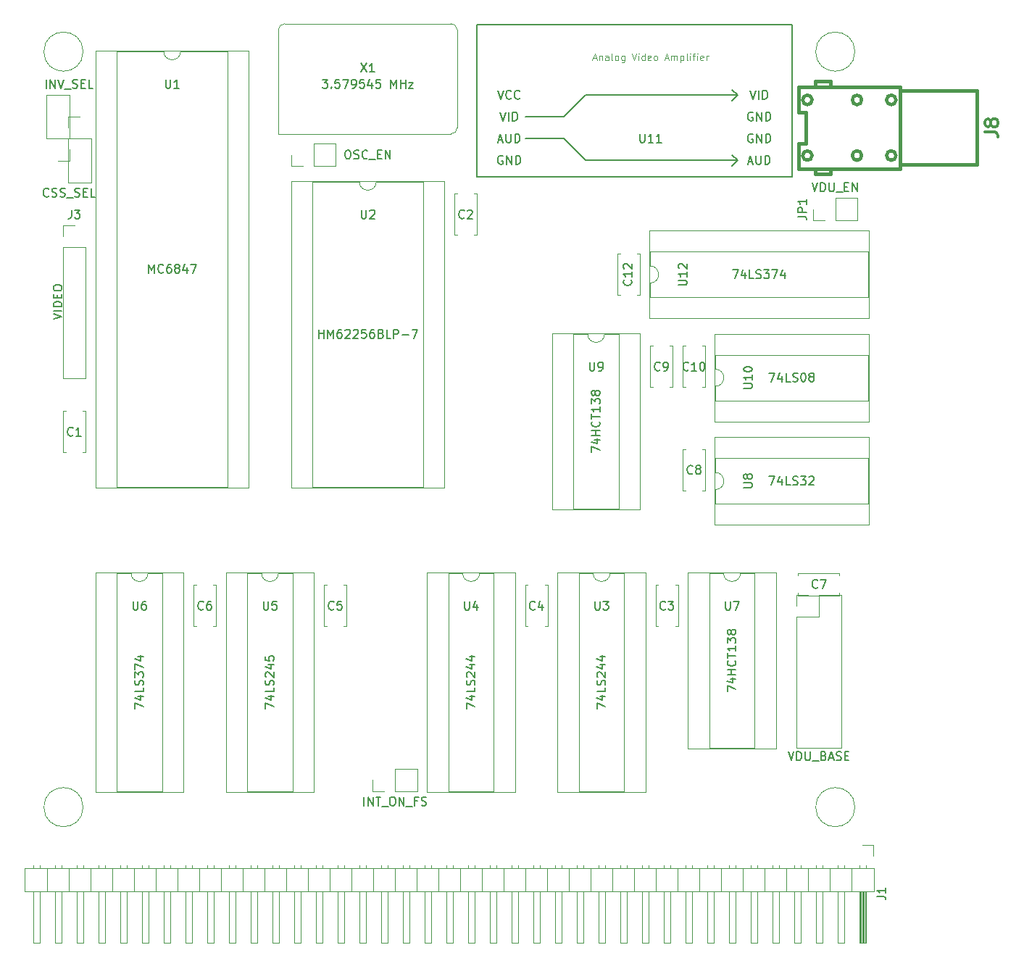
<source format=gto>
G04 #@! TF.FileFunction,Legend,Top*
%FSLAX46Y46*%
G04 Gerber Fmt 4.6, Leading zero omitted, Abs format (unit mm)*
G04 Created by KiCad (PCBNEW 4.0.7) date 02/20/19 13:27:08*
%MOMM*%
%LPD*%
G01*
G04 APERTURE LIST*
%ADD10C,0.100000*%
%ADD11C,0.120000*%
%ADD12C,0.381000*%
%ADD13C,0.150000*%
%ADD14C,0.304800*%
G04 APERTURE END LIST*
D10*
X119025237Y-49663333D02*
X119406189Y-49663333D01*
X118949046Y-49891905D02*
X119215713Y-49091905D01*
X119482380Y-49891905D01*
X119749046Y-49358571D02*
X119749046Y-49891905D01*
X119749046Y-49434762D02*
X119787141Y-49396667D01*
X119863332Y-49358571D01*
X119977618Y-49358571D01*
X120053808Y-49396667D01*
X120091903Y-49472857D01*
X120091903Y-49891905D01*
X120815713Y-49891905D02*
X120815713Y-49472857D01*
X120777618Y-49396667D01*
X120701428Y-49358571D01*
X120549047Y-49358571D01*
X120472856Y-49396667D01*
X120815713Y-49853810D02*
X120739523Y-49891905D01*
X120549047Y-49891905D01*
X120472856Y-49853810D01*
X120434761Y-49777619D01*
X120434761Y-49701429D01*
X120472856Y-49625238D01*
X120549047Y-49587143D01*
X120739523Y-49587143D01*
X120815713Y-49549048D01*
X121310952Y-49891905D02*
X121234761Y-49853810D01*
X121196666Y-49777619D01*
X121196666Y-49091905D01*
X121730000Y-49891905D02*
X121653809Y-49853810D01*
X121615714Y-49815714D01*
X121577619Y-49739524D01*
X121577619Y-49510952D01*
X121615714Y-49434762D01*
X121653809Y-49396667D01*
X121730000Y-49358571D01*
X121844286Y-49358571D01*
X121920476Y-49396667D01*
X121958571Y-49434762D01*
X121996667Y-49510952D01*
X121996667Y-49739524D01*
X121958571Y-49815714D01*
X121920476Y-49853810D01*
X121844286Y-49891905D01*
X121730000Y-49891905D01*
X122682381Y-49358571D02*
X122682381Y-50006190D01*
X122644286Y-50082381D01*
X122606191Y-50120476D01*
X122530000Y-50158571D01*
X122415715Y-50158571D01*
X122339524Y-50120476D01*
X122682381Y-49853810D02*
X122606191Y-49891905D01*
X122453810Y-49891905D01*
X122377619Y-49853810D01*
X122339524Y-49815714D01*
X122301429Y-49739524D01*
X122301429Y-49510952D01*
X122339524Y-49434762D01*
X122377619Y-49396667D01*
X122453810Y-49358571D01*
X122606191Y-49358571D01*
X122682381Y-49396667D01*
X123558572Y-49091905D02*
X123825239Y-49891905D01*
X124091906Y-49091905D01*
X124358572Y-49891905D02*
X124358572Y-49358571D01*
X124358572Y-49091905D02*
X124320477Y-49130000D01*
X124358572Y-49168095D01*
X124396667Y-49130000D01*
X124358572Y-49091905D01*
X124358572Y-49168095D01*
X125082381Y-49891905D02*
X125082381Y-49091905D01*
X125082381Y-49853810D02*
X125006191Y-49891905D01*
X124853810Y-49891905D01*
X124777619Y-49853810D01*
X124739524Y-49815714D01*
X124701429Y-49739524D01*
X124701429Y-49510952D01*
X124739524Y-49434762D01*
X124777619Y-49396667D01*
X124853810Y-49358571D01*
X125006191Y-49358571D01*
X125082381Y-49396667D01*
X125768096Y-49853810D02*
X125691906Y-49891905D01*
X125539525Y-49891905D01*
X125463334Y-49853810D01*
X125425239Y-49777619D01*
X125425239Y-49472857D01*
X125463334Y-49396667D01*
X125539525Y-49358571D01*
X125691906Y-49358571D01*
X125768096Y-49396667D01*
X125806191Y-49472857D01*
X125806191Y-49549048D01*
X125425239Y-49625238D01*
X126263334Y-49891905D02*
X126187143Y-49853810D01*
X126149048Y-49815714D01*
X126110953Y-49739524D01*
X126110953Y-49510952D01*
X126149048Y-49434762D01*
X126187143Y-49396667D01*
X126263334Y-49358571D01*
X126377620Y-49358571D01*
X126453810Y-49396667D01*
X126491905Y-49434762D01*
X126530001Y-49510952D01*
X126530001Y-49739524D01*
X126491905Y-49815714D01*
X126453810Y-49853810D01*
X126377620Y-49891905D01*
X126263334Y-49891905D01*
X127444287Y-49663333D02*
X127825239Y-49663333D01*
X127368096Y-49891905D02*
X127634763Y-49091905D01*
X127901430Y-49891905D01*
X128168096Y-49891905D02*
X128168096Y-49358571D01*
X128168096Y-49434762D02*
X128206191Y-49396667D01*
X128282382Y-49358571D01*
X128396668Y-49358571D01*
X128472858Y-49396667D01*
X128510953Y-49472857D01*
X128510953Y-49891905D01*
X128510953Y-49472857D02*
X128549049Y-49396667D01*
X128625239Y-49358571D01*
X128739525Y-49358571D01*
X128815715Y-49396667D01*
X128853810Y-49472857D01*
X128853810Y-49891905D01*
X129234763Y-49358571D02*
X129234763Y-50158571D01*
X129234763Y-49396667D02*
X129310954Y-49358571D01*
X129463335Y-49358571D01*
X129539525Y-49396667D01*
X129577620Y-49434762D01*
X129615716Y-49510952D01*
X129615716Y-49739524D01*
X129577620Y-49815714D01*
X129539525Y-49853810D01*
X129463335Y-49891905D01*
X129310954Y-49891905D01*
X129234763Y-49853810D01*
X130072859Y-49891905D02*
X129996668Y-49853810D01*
X129958573Y-49777619D01*
X129958573Y-49091905D01*
X130377621Y-49891905D02*
X130377621Y-49358571D01*
X130377621Y-49091905D02*
X130339526Y-49130000D01*
X130377621Y-49168095D01*
X130415716Y-49130000D01*
X130377621Y-49091905D01*
X130377621Y-49168095D01*
X130644287Y-49358571D02*
X130949049Y-49358571D01*
X130758573Y-49891905D02*
X130758573Y-49206190D01*
X130796668Y-49130000D01*
X130872859Y-49091905D01*
X130949049Y-49091905D01*
X131215716Y-49891905D02*
X131215716Y-49358571D01*
X131215716Y-49091905D02*
X131177621Y-49130000D01*
X131215716Y-49168095D01*
X131253811Y-49130000D01*
X131215716Y-49091905D01*
X131215716Y-49168095D01*
X131901430Y-49853810D02*
X131825240Y-49891905D01*
X131672859Y-49891905D01*
X131596668Y-49853810D01*
X131558573Y-49777619D01*
X131558573Y-49472857D01*
X131596668Y-49396667D01*
X131672859Y-49358571D01*
X131825240Y-49358571D01*
X131901430Y-49396667D01*
X131939525Y-49472857D01*
X131939525Y-49549048D01*
X131558573Y-49625238D01*
X132282382Y-49891905D02*
X132282382Y-49358571D01*
X132282382Y-49510952D02*
X132320477Y-49434762D01*
X132358573Y-49396667D01*
X132434763Y-49358571D01*
X132510954Y-49358571D01*
D11*
X59730000Y-90895000D02*
X59730000Y-95715000D01*
X57110000Y-90895000D02*
X57110000Y-95715000D01*
X59730000Y-90895000D02*
X59416000Y-90895000D01*
X57424000Y-90895000D02*
X57110000Y-90895000D01*
X59730000Y-95715000D02*
X59416000Y-95715000D01*
X57424000Y-95715000D02*
X57110000Y-95715000D01*
X105450000Y-65495000D02*
X105450000Y-70315000D01*
X102830000Y-65495000D02*
X102830000Y-70315000D01*
X105450000Y-65495000D02*
X105136000Y-65495000D01*
X103144000Y-65495000D02*
X102830000Y-65495000D01*
X105450000Y-70315000D02*
X105136000Y-70315000D01*
X103144000Y-70315000D02*
X102830000Y-70315000D01*
X128945000Y-111215000D02*
X128945000Y-116035000D01*
X126325000Y-111215000D02*
X126325000Y-116035000D01*
X128945000Y-111215000D02*
X128631000Y-111215000D01*
X126639000Y-111215000D02*
X126325000Y-111215000D01*
X128945000Y-116035000D02*
X128631000Y-116035000D01*
X126639000Y-116035000D02*
X126325000Y-116035000D01*
X113705000Y-111215000D02*
X113705000Y-116035000D01*
X111085000Y-111215000D02*
X111085000Y-116035000D01*
X113705000Y-111215000D02*
X113391000Y-111215000D01*
X111399000Y-111215000D02*
X111085000Y-111215000D01*
X113705000Y-116035000D02*
X113391000Y-116035000D01*
X111399000Y-116035000D02*
X111085000Y-116035000D01*
X90210000Y-111215000D02*
X90210000Y-116035000D01*
X87590000Y-111215000D02*
X87590000Y-116035000D01*
X90210000Y-111215000D02*
X89896000Y-111215000D01*
X87904000Y-111215000D02*
X87590000Y-111215000D01*
X90210000Y-116035000D02*
X89896000Y-116035000D01*
X87904000Y-116035000D02*
X87590000Y-116035000D01*
X74970000Y-111215000D02*
X74970000Y-116035000D01*
X72350000Y-111215000D02*
X72350000Y-116035000D01*
X74970000Y-111215000D02*
X74656000Y-111215000D01*
X72664000Y-111215000D02*
X72350000Y-111215000D01*
X74970000Y-116035000D02*
X74656000Y-116035000D01*
X72664000Y-116035000D02*
X72350000Y-116035000D01*
X142965000Y-109815000D02*
X147785000Y-109815000D01*
X142965000Y-112435000D02*
X147785000Y-112435000D01*
X142965000Y-109815000D02*
X142965000Y-110129000D01*
X142965000Y-112121000D02*
X142965000Y-112435000D01*
X147785000Y-109815000D02*
X147785000Y-110129000D01*
X147785000Y-112121000D02*
X147785000Y-112435000D01*
X132120000Y-95340000D02*
X132120000Y-100160000D01*
X129500000Y-95340000D02*
X129500000Y-100160000D01*
X132120000Y-95340000D02*
X131806000Y-95340000D01*
X129814000Y-95340000D02*
X129500000Y-95340000D01*
X132120000Y-100160000D02*
X131806000Y-100160000D01*
X129814000Y-100160000D02*
X129500000Y-100160000D01*
X128310000Y-83275000D02*
X128310000Y-88095000D01*
X125690000Y-83275000D02*
X125690000Y-88095000D01*
X128310000Y-83275000D02*
X127996000Y-83275000D01*
X126004000Y-83275000D02*
X125690000Y-83275000D01*
X128310000Y-88095000D02*
X127996000Y-88095000D01*
X126004000Y-88095000D02*
X125690000Y-88095000D01*
X132120000Y-83275000D02*
X132120000Y-88095000D01*
X129500000Y-83275000D02*
X129500000Y-88095000D01*
X132120000Y-83275000D02*
X131806000Y-83275000D01*
X129814000Y-83275000D02*
X129500000Y-83275000D01*
X132120000Y-88095000D02*
X131806000Y-88095000D01*
X129814000Y-88095000D02*
X129500000Y-88095000D01*
X151825000Y-144315000D02*
X52645000Y-144315000D01*
X52645000Y-144315000D02*
X52645000Y-146975000D01*
X52645000Y-146975000D02*
X151825000Y-146975000D01*
X151825000Y-146975000D02*
X151825000Y-144315000D01*
X150875000Y-146975000D02*
X150875000Y-152975000D01*
X150875000Y-152975000D02*
X150115000Y-152975000D01*
X150115000Y-152975000D02*
X150115000Y-146975000D01*
X150815000Y-146975000D02*
X150815000Y-152975000D01*
X150695000Y-146975000D02*
X150695000Y-152975000D01*
X150575000Y-146975000D02*
X150575000Y-152975000D01*
X150455000Y-146975000D02*
X150455000Y-152975000D01*
X150335000Y-146975000D02*
X150335000Y-152975000D01*
X150215000Y-146975000D02*
X150215000Y-152975000D01*
X150875000Y-143985000D02*
X150875000Y-144315000D01*
X150115000Y-143985000D02*
X150115000Y-144315000D01*
X149225000Y-144315000D02*
X149225000Y-146975000D01*
X148335000Y-146975000D02*
X148335000Y-152975000D01*
X148335000Y-152975000D02*
X147575000Y-152975000D01*
X147575000Y-152975000D02*
X147575000Y-146975000D01*
X148335000Y-143917929D02*
X148335000Y-144315000D01*
X147575000Y-143917929D02*
X147575000Y-144315000D01*
X146685000Y-144315000D02*
X146685000Y-146975000D01*
X145795000Y-146975000D02*
X145795000Y-152975000D01*
X145795000Y-152975000D02*
X145035000Y-152975000D01*
X145035000Y-152975000D02*
X145035000Y-146975000D01*
X145795000Y-143917929D02*
X145795000Y-144315000D01*
X145035000Y-143917929D02*
X145035000Y-144315000D01*
X144145000Y-144315000D02*
X144145000Y-146975000D01*
X143255000Y-146975000D02*
X143255000Y-152975000D01*
X143255000Y-152975000D02*
X142495000Y-152975000D01*
X142495000Y-152975000D02*
X142495000Y-146975000D01*
X143255000Y-143917929D02*
X143255000Y-144315000D01*
X142495000Y-143917929D02*
X142495000Y-144315000D01*
X141605000Y-144315000D02*
X141605000Y-146975000D01*
X140715000Y-146975000D02*
X140715000Y-152975000D01*
X140715000Y-152975000D02*
X139955000Y-152975000D01*
X139955000Y-152975000D02*
X139955000Y-146975000D01*
X140715000Y-143917929D02*
X140715000Y-144315000D01*
X139955000Y-143917929D02*
X139955000Y-144315000D01*
X139065000Y-144315000D02*
X139065000Y-146975000D01*
X138175000Y-146975000D02*
X138175000Y-152975000D01*
X138175000Y-152975000D02*
X137415000Y-152975000D01*
X137415000Y-152975000D02*
X137415000Y-146975000D01*
X138175000Y-143917929D02*
X138175000Y-144315000D01*
X137415000Y-143917929D02*
X137415000Y-144315000D01*
X136525000Y-144315000D02*
X136525000Y-146975000D01*
X135635000Y-146975000D02*
X135635000Y-152975000D01*
X135635000Y-152975000D02*
X134875000Y-152975000D01*
X134875000Y-152975000D02*
X134875000Y-146975000D01*
X135635000Y-143917929D02*
X135635000Y-144315000D01*
X134875000Y-143917929D02*
X134875000Y-144315000D01*
X133985000Y-144315000D02*
X133985000Y-146975000D01*
X133095000Y-146975000D02*
X133095000Y-152975000D01*
X133095000Y-152975000D02*
X132335000Y-152975000D01*
X132335000Y-152975000D02*
X132335000Y-146975000D01*
X133095000Y-143917929D02*
X133095000Y-144315000D01*
X132335000Y-143917929D02*
X132335000Y-144315000D01*
X131445000Y-144315000D02*
X131445000Y-146975000D01*
X130555000Y-146975000D02*
X130555000Y-152975000D01*
X130555000Y-152975000D02*
X129795000Y-152975000D01*
X129795000Y-152975000D02*
X129795000Y-146975000D01*
X130555000Y-143917929D02*
X130555000Y-144315000D01*
X129795000Y-143917929D02*
X129795000Y-144315000D01*
X128905000Y-144315000D02*
X128905000Y-146975000D01*
X128015000Y-146975000D02*
X128015000Y-152975000D01*
X128015000Y-152975000D02*
X127255000Y-152975000D01*
X127255000Y-152975000D02*
X127255000Y-146975000D01*
X128015000Y-143917929D02*
X128015000Y-144315000D01*
X127255000Y-143917929D02*
X127255000Y-144315000D01*
X126365000Y-144315000D02*
X126365000Y-146975000D01*
X125475000Y-146975000D02*
X125475000Y-152975000D01*
X125475000Y-152975000D02*
X124715000Y-152975000D01*
X124715000Y-152975000D02*
X124715000Y-146975000D01*
X125475000Y-143917929D02*
X125475000Y-144315000D01*
X124715000Y-143917929D02*
X124715000Y-144315000D01*
X123825000Y-144315000D02*
X123825000Y-146975000D01*
X122935000Y-146975000D02*
X122935000Y-152975000D01*
X122935000Y-152975000D02*
X122175000Y-152975000D01*
X122175000Y-152975000D02*
X122175000Y-146975000D01*
X122935000Y-143917929D02*
X122935000Y-144315000D01*
X122175000Y-143917929D02*
X122175000Y-144315000D01*
X121285000Y-144315000D02*
X121285000Y-146975000D01*
X120395000Y-146975000D02*
X120395000Y-152975000D01*
X120395000Y-152975000D02*
X119635000Y-152975000D01*
X119635000Y-152975000D02*
X119635000Y-146975000D01*
X120395000Y-143917929D02*
X120395000Y-144315000D01*
X119635000Y-143917929D02*
X119635000Y-144315000D01*
X118745000Y-144315000D02*
X118745000Y-146975000D01*
X117855000Y-146975000D02*
X117855000Y-152975000D01*
X117855000Y-152975000D02*
X117095000Y-152975000D01*
X117095000Y-152975000D02*
X117095000Y-146975000D01*
X117855000Y-143917929D02*
X117855000Y-144315000D01*
X117095000Y-143917929D02*
X117095000Y-144315000D01*
X116205000Y-144315000D02*
X116205000Y-146975000D01*
X115315000Y-146975000D02*
X115315000Y-152975000D01*
X115315000Y-152975000D02*
X114555000Y-152975000D01*
X114555000Y-152975000D02*
X114555000Y-146975000D01*
X115315000Y-143917929D02*
X115315000Y-144315000D01*
X114555000Y-143917929D02*
X114555000Y-144315000D01*
X113665000Y-144315000D02*
X113665000Y-146975000D01*
X112775000Y-146975000D02*
X112775000Y-152975000D01*
X112775000Y-152975000D02*
X112015000Y-152975000D01*
X112015000Y-152975000D02*
X112015000Y-146975000D01*
X112775000Y-143917929D02*
X112775000Y-144315000D01*
X112015000Y-143917929D02*
X112015000Y-144315000D01*
X111125000Y-144315000D02*
X111125000Y-146975000D01*
X110235000Y-146975000D02*
X110235000Y-152975000D01*
X110235000Y-152975000D02*
X109475000Y-152975000D01*
X109475000Y-152975000D02*
X109475000Y-146975000D01*
X110235000Y-143917929D02*
X110235000Y-144315000D01*
X109475000Y-143917929D02*
X109475000Y-144315000D01*
X108585000Y-144315000D02*
X108585000Y-146975000D01*
X107695000Y-146975000D02*
X107695000Y-152975000D01*
X107695000Y-152975000D02*
X106935000Y-152975000D01*
X106935000Y-152975000D02*
X106935000Y-146975000D01*
X107695000Y-143917929D02*
X107695000Y-144315000D01*
X106935000Y-143917929D02*
X106935000Y-144315000D01*
X106045000Y-144315000D02*
X106045000Y-146975000D01*
X105155000Y-146975000D02*
X105155000Y-152975000D01*
X105155000Y-152975000D02*
X104395000Y-152975000D01*
X104395000Y-152975000D02*
X104395000Y-146975000D01*
X105155000Y-143917929D02*
X105155000Y-144315000D01*
X104395000Y-143917929D02*
X104395000Y-144315000D01*
X103505000Y-144315000D02*
X103505000Y-146975000D01*
X102615000Y-146975000D02*
X102615000Y-152975000D01*
X102615000Y-152975000D02*
X101855000Y-152975000D01*
X101855000Y-152975000D02*
X101855000Y-146975000D01*
X102615000Y-143917929D02*
X102615000Y-144315000D01*
X101855000Y-143917929D02*
X101855000Y-144315000D01*
X100965000Y-144315000D02*
X100965000Y-146975000D01*
X100075000Y-146975000D02*
X100075000Y-152975000D01*
X100075000Y-152975000D02*
X99315000Y-152975000D01*
X99315000Y-152975000D02*
X99315000Y-146975000D01*
X100075000Y-143917929D02*
X100075000Y-144315000D01*
X99315000Y-143917929D02*
X99315000Y-144315000D01*
X98425000Y-144315000D02*
X98425000Y-146975000D01*
X97535000Y-146975000D02*
X97535000Y-152975000D01*
X97535000Y-152975000D02*
X96775000Y-152975000D01*
X96775000Y-152975000D02*
X96775000Y-146975000D01*
X97535000Y-143917929D02*
X97535000Y-144315000D01*
X96775000Y-143917929D02*
X96775000Y-144315000D01*
X95885000Y-144315000D02*
X95885000Y-146975000D01*
X94995000Y-146975000D02*
X94995000Y-152975000D01*
X94995000Y-152975000D02*
X94235000Y-152975000D01*
X94235000Y-152975000D02*
X94235000Y-146975000D01*
X94995000Y-143917929D02*
X94995000Y-144315000D01*
X94235000Y-143917929D02*
X94235000Y-144315000D01*
X93345000Y-144315000D02*
X93345000Y-146975000D01*
X92455000Y-146975000D02*
X92455000Y-152975000D01*
X92455000Y-152975000D02*
X91695000Y-152975000D01*
X91695000Y-152975000D02*
X91695000Y-146975000D01*
X92455000Y-143917929D02*
X92455000Y-144315000D01*
X91695000Y-143917929D02*
X91695000Y-144315000D01*
X90805000Y-144315000D02*
X90805000Y-146975000D01*
X89915000Y-146975000D02*
X89915000Y-152975000D01*
X89915000Y-152975000D02*
X89155000Y-152975000D01*
X89155000Y-152975000D02*
X89155000Y-146975000D01*
X89915000Y-143917929D02*
X89915000Y-144315000D01*
X89155000Y-143917929D02*
X89155000Y-144315000D01*
X88265000Y-144315000D02*
X88265000Y-146975000D01*
X87375000Y-146975000D02*
X87375000Y-152975000D01*
X87375000Y-152975000D02*
X86615000Y-152975000D01*
X86615000Y-152975000D02*
X86615000Y-146975000D01*
X87375000Y-143917929D02*
X87375000Y-144315000D01*
X86615000Y-143917929D02*
X86615000Y-144315000D01*
X85725000Y-144315000D02*
X85725000Y-146975000D01*
X84835000Y-146975000D02*
X84835000Y-152975000D01*
X84835000Y-152975000D02*
X84075000Y-152975000D01*
X84075000Y-152975000D02*
X84075000Y-146975000D01*
X84835000Y-143917929D02*
X84835000Y-144315000D01*
X84075000Y-143917929D02*
X84075000Y-144315000D01*
X83185000Y-144315000D02*
X83185000Y-146975000D01*
X82295000Y-146975000D02*
X82295000Y-152975000D01*
X82295000Y-152975000D02*
X81535000Y-152975000D01*
X81535000Y-152975000D02*
X81535000Y-146975000D01*
X82295000Y-143917929D02*
X82295000Y-144315000D01*
X81535000Y-143917929D02*
X81535000Y-144315000D01*
X80645000Y-144315000D02*
X80645000Y-146975000D01*
X79755000Y-146975000D02*
X79755000Y-152975000D01*
X79755000Y-152975000D02*
X78995000Y-152975000D01*
X78995000Y-152975000D02*
X78995000Y-146975000D01*
X79755000Y-143917929D02*
X79755000Y-144315000D01*
X78995000Y-143917929D02*
X78995000Y-144315000D01*
X78105000Y-144315000D02*
X78105000Y-146975000D01*
X77215000Y-146975000D02*
X77215000Y-152975000D01*
X77215000Y-152975000D02*
X76455000Y-152975000D01*
X76455000Y-152975000D02*
X76455000Y-146975000D01*
X77215000Y-143917929D02*
X77215000Y-144315000D01*
X76455000Y-143917929D02*
X76455000Y-144315000D01*
X75565000Y-144315000D02*
X75565000Y-146975000D01*
X74675000Y-146975000D02*
X74675000Y-152975000D01*
X74675000Y-152975000D02*
X73915000Y-152975000D01*
X73915000Y-152975000D02*
X73915000Y-146975000D01*
X74675000Y-143917929D02*
X74675000Y-144315000D01*
X73915000Y-143917929D02*
X73915000Y-144315000D01*
X73025000Y-144315000D02*
X73025000Y-146975000D01*
X72135000Y-146975000D02*
X72135000Y-152975000D01*
X72135000Y-152975000D02*
X71375000Y-152975000D01*
X71375000Y-152975000D02*
X71375000Y-146975000D01*
X72135000Y-143917929D02*
X72135000Y-144315000D01*
X71375000Y-143917929D02*
X71375000Y-144315000D01*
X70485000Y-144315000D02*
X70485000Y-146975000D01*
X69595000Y-146975000D02*
X69595000Y-152975000D01*
X69595000Y-152975000D02*
X68835000Y-152975000D01*
X68835000Y-152975000D02*
X68835000Y-146975000D01*
X69595000Y-143917929D02*
X69595000Y-144315000D01*
X68835000Y-143917929D02*
X68835000Y-144315000D01*
X67945000Y-144315000D02*
X67945000Y-146975000D01*
X67055000Y-146975000D02*
X67055000Y-152975000D01*
X67055000Y-152975000D02*
X66295000Y-152975000D01*
X66295000Y-152975000D02*
X66295000Y-146975000D01*
X67055000Y-143917929D02*
X67055000Y-144315000D01*
X66295000Y-143917929D02*
X66295000Y-144315000D01*
X65405000Y-144315000D02*
X65405000Y-146975000D01*
X64515000Y-146975000D02*
X64515000Y-152975000D01*
X64515000Y-152975000D02*
X63755000Y-152975000D01*
X63755000Y-152975000D02*
X63755000Y-146975000D01*
X64515000Y-143917929D02*
X64515000Y-144315000D01*
X63755000Y-143917929D02*
X63755000Y-144315000D01*
X62865000Y-144315000D02*
X62865000Y-146975000D01*
X61975000Y-146975000D02*
X61975000Y-152975000D01*
X61975000Y-152975000D02*
X61215000Y-152975000D01*
X61215000Y-152975000D02*
X61215000Y-146975000D01*
X61975000Y-143917929D02*
X61975000Y-144315000D01*
X61215000Y-143917929D02*
X61215000Y-144315000D01*
X60325000Y-144315000D02*
X60325000Y-146975000D01*
X59435000Y-146975000D02*
X59435000Y-152975000D01*
X59435000Y-152975000D02*
X58675000Y-152975000D01*
X58675000Y-152975000D02*
X58675000Y-146975000D01*
X59435000Y-143917929D02*
X59435000Y-144315000D01*
X58675000Y-143917929D02*
X58675000Y-144315000D01*
X57785000Y-144315000D02*
X57785000Y-146975000D01*
X56895000Y-146975000D02*
X56895000Y-152975000D01*
X56895000Y-152975000D02*
X56135000Y-152975000D01*
X56135000Y-152975000D02*
X56135000Y-146975000D01*
X56895000Y-143917929D02*
X56895000Y-144315000D01*
X56135000Y-143917929D02*
X56135000Y-144315000D01*
X55245000Y-144315000D02*
X55245000Y-146975000D01*
X54355000Y-146975000D02*
X54355000Y-152975000D01*
X54355000Y-152975000D02*
X53595000Y-152975000D01*
X53595000Y-152975000D02*
X53595000Y-146975000D01*
X54355000Y-143917929D02*
X54355000Y-144315000D01*
X53595000Y-143917929D02*
X53595000Y-144315000D01*
X150495000Y-141605000D02*
X151765000Y-141605000D01*
X151765000Y-141605000D02*
X151765000Y-142875000D01*
X59436000Y-48895000D02*
G75*
G03X59436000Y-48895000I-2286000J0D01*
G01*
X59436000Y-137160000D02*
G75*
G03X59436000Y-137160000I-2286000J0D01*
G01*
X149606000Y-137160000D02*
G75*
G03X149606000Y-137160000I-2286000J0D01*
G01*
X149606000Y-48895000D02*
G75*
G03X149606000Y-48895000I-2286000J0D01*
G01*
D12*
X144609820Y-61036200D02*
G75*
G03X144609820Y-61036200I-548640J0D01*
G01*
X144614696Y-54533800D02*
G75*
G03X144614696Y-54533800I-553516J0D01*
G01*
X154413789Y-54533800D02*
G75*
G03X154413789Y-54533800I-553289J0D01*
G01*
X154411487Y-61036200D02*
G75*
G03X154411487Y-61036200I-550987J0D01*
G01*
X150408640Y-61036200D02*
G75*
G03X150408640Y-61036200I-548640J0D01*
G01*
X150413516Y-54533800D02*
G75*
G03X150413516Y-54533800I-553516J0D01*
G01*
X154861260Y-62085220D02*
X163860480Y-62085220D01*
X163860480Y-62085220D02*
X163860480Y-53484780D01*
X163860480Y-53484780D02*
X154861260Y-53484780D01*
X144960340Y-52984400D02*
X144960340Y-52384960D01*
X144960340Y-52384960D02*
X146761200Y-52384960D01*
X146761200Y-52384960D02*
X146761200Y-52984400D01*
X144960340Y-63185040D02*
X144960340Y-62585600D01*
X146761200Y-62585600D02*
X146761200Y-63185040D01*
X146761200Y-63185040D02*
X144960340Y-63185040D01*
X143060420Y-62585600D02*
X143060420Y-59585860D01*
X143060420Y-59585860D02*
X143860520Y-59585860D01*
X143860520Y-59585860D02*
X143860520Y-55984140D01*
X143860520Y-55984140D02*
X143060420Y-55984140D01*
X143060420Y-55984140D02*
X143060420Y-52984400D01*
X154861260Y-52984400D02*
X154861260Y-62585600D01*
X154858720Y-62585600D02*
X143057880Y-62585600D01*
X143060420Y-52984400D02*
X154861260Y-52984400D01*
D11*
X149920000Y-68640000D02*
X149920000Y-65980000D01*
X147320000Y-68640000D02*
X149920000Y-68640000D01*
X147320000Y-65980000D02*
X149920000Y-65980000D01*
X147320000Y-68640000D02*
X147320000Y-65980000D01*
X146050000Y-68640000D02*
X144720000Y-68640000D01*
X144720000Y-68640000D02*
X144720000Y-67310000D01*
X98485000Y-135315000D02*
X98485000Y-132655000D01*
X95885000Y-135315000D02*
X98485000Y-135315000D01*
X95885000Y-132655000D02*
X98485000Y-132655000D01*
X95885000Y-135315000D02*
X95885000Y-132655000D01*
X94615000Y-135315000D02*
X93285000Y-135315000D01*
X93285000Y-135315000D02*
X93285000Y-133985000D01*
X70850000Y-48835000D02*
G75*
G02X68850000Y-48835000I-1000000J0D01*
G01*
X68850000Y-48835000D02*
X63390000Y-48835000D01*
X63390000Y-48835000D02*
X63390000Y-99755000D01*
X63390000Y-99755000D02*
X76310000Y-99755000D01*
X76310000Y-99755000D02*
X76310000Y-48835000D01*
X76310000Y-48835000D02*
X70850000Y-48835000D01*
X60900000Y-48775000D02*
X60900000Y-99815000D01*
X60900000Y-99815000D02*
X78800000Y-99815000D01*
X78800000Y-99815000D02*
X78800000Y-48775000D01*
X78800000Y-48775000D02*
X60900000Y-48775000D01*
X93710000Y-64075000D02*
G75*
G02X91710000Y-64075000I-1000000J0D01*
G01*
X91710000Y-64075000D02*
X86250000Y-64075000D01*
X86250000Y-64075000D02*
X86250000Y-99755000D01*
X86250000Y-99755000D02*
X99170000Y-99755000D01*
X99170000Y-99755000D02*
X99170000Y-64075000D01*
X99170000Y-64075000D02*
X93710000Y-64075000D01*
X83760000Y-64015000D02*
X83760000Y-99815000D01*
X83760000Y-99815000D02*
X101660000Y-99815000D01*
X101660000Y-99815000D02*
X101660000Y-64015000D01*
X101660000Y-64015000D02*
X83760000Y-64015000D01*
X136255000Y-109795000D02*
G75*
G02X134255000Y-109795000I-1000000J0D01*
G01*
X134255000Y-109795000D02*
X132605000Y-109795000D01*
X132605000Y-109795000D02*
X132605000Y-130235000D01*
X132605000Y-130235000D02*
X137905000Y-130235000D01*
X137905000Y-130235000D02*
X137905000Y-109795000D01*
X137905000Y-109795000D02*
X136255000Y-109795000D01*
X130115000Y-109735000D02*
X130115000Y-130295000D01*
X130115000Y-130295000D02*
X140395000Y-130295000D01*
X140395000Y-130295000D02*
X140395000Y-109735000D01*
X140395000Y-109735000D02*
X130115000Y-109735000D01*
X57090000Y-87055000D02*
X59750000Y-87055000D01*
X57090000Y-71755000D02*
X57090000Y-87055000D01*
X59750000Y-71755000D02*
X59750000Y-87055000D01*
X57090000Y-71755000D02*
X59750000Y-71755000D01*
X57090000Y-70485000D02*
X57090000Y-69155000D01*
X57090000Y-69155000D02*
X58420000Y-69155000D01*
X124500000Y-72480000D02*
X124500000Y-77300000D01*
X121880000Y-72480000D02*
X121880000Y-77300000D01*
X124500000Y-72480000D02*
X124186000Y-72480000D01*
X122194000Y-72480000D02*
X121880000Y-72480000D01*
X124500000Y-77300000D02*
X124186000Y-77300000D01*
X122194000Y-77300000D02*
X121880000Y-77300000D01*
X133290000Y-98060000D02*
G75*
G02X133290000Y-100060000I0J-1000000D01*
G01*
X133290000Y-100060000D02*
X133290000Y-101710000D01*
X133290000Y-101710000D02*
X151190000Y-101710000D01*
X151190000Y-101710000D02*
X151190000Y-96410000D01*
X151190000Y-96410000D02*
X133290000Y-96410000D01*
X133290000Y-96410000D02*
X133290000Y-98060000D01*
X133230000Y-104200000D02*
X151250000Y-104200000D01*
X151250000Y-104200000D02*
X151250000Y-93920000D01*
X151250000Y-93920000D02*
X133230000Y-93920000D01*
X133230000Y-93920000D02*
X133230000Y-104200000D01*
X120380000Y-81855000D02*
G75*
G02X118380000Y-81855000I-1000000J0D01*
G01*
X118380000Y-81855000D02*
X116730000Y-81855000D01*
X116730000Y-81855000D02*
X116730000Y-102295000D01*
X116730000Y-102295000D02*
X122030000Y-102295000D01*
X122030000Y-102295000D02*
X122030000Y-81855000D01*
X122030000Y-81855000D02*
X120380000Y-81855000D01*
X114240000Y-81795000D02*
X114240000Y-102355000D01*
X114240000Y-102355000D02*
X124520000Y-102355000D01*
X124520000Y-102355000D02*
X124520000Y-81795000D01*
X124520000Y-81795000D02*
X114240000Y-81795000D01*
X82260000Y-46370000D02*
X82260000Y-58520000D01*
X102410000Y-45620000D02*
X83010000Y-45620000D01*
X103160000Y-57770000D02*
X103160000Y-46370000D01*
X82260000Y-58520000D02*
X102410000Y-58520000D01*
X102410000Y-58520000D02*
G75*
G03X103160000Y-57770000I0J750000D01*
G01*
X103160000Y-46370000D02*
G75*
G03X102410000Y-45620000I-750000J0D01*
G01*
X83010000Y-45620000D02*
G75*
G03X82260000Y-46370000I0J-750000D01*
G01*
D13*
X142240000Y-47625000D02*
X142240000Y-45720000D01*
X142240000Y-45720000D02*
X105410000Y-45720000D01*
X105410000Y-45720000D02*
X105410000Y-47625000D01*
X109220000Y-63500000D02*
X105410000Y-63500000D01*
X105410000Y-63500000D02*
X105410000Y-47625000D01*
X111125000Y-59055000D02*
X114935000Y-59055000D01*
X114935000Y-56515000D02*
X111125000Y-56515000D01*
X109220000Y-63500000D02*
X142240000Y-63500000D01*
X142240000Y-63500000D02*
X142240000Y-62865000D01*
X142240000Y-62865000D02*
X142240000Y-47625000D01*
X114935000Y-59055000D02*
X115570000Y-59055000D01*
X115570000Y-56515000D02*
X114935000Y-56515000D01*
X115570000Y-59055000D02*
X118110000Y-61595000D01*
X118110000Y-61595000D02*
X125730000Y-61595000D01*
X115570000Y-56515000D02*
X118110000Y-53975000D01*
X118110000Y-53975000D02*
X125730000Y-53975000D01*
X135890000Y-61595000D02*
X135255000Y-62230000D01*
X135890000Y-61595000D02*
X135255000Y-60960000D01*
X135890000Y-53975000D02*
X135255000Y-54610000D01*
X135890000Y-53975000D02*
X135255000Y-53340000D01*
X135890000Y-61595000D02*
X134620000Y-61595000D01*
X125730000Y-61595000D02*
X135890000Y-61595000D01*
X135890000Y-53975000D02*
X125730000Y-53975000D01*
D11*
X142815000Y-130235000D02*
X148015000Y-130235000D01*
X142815000Y-114935000D02*
X142815000Y-130235000D01*
X148015000Y-112335000D02*
X148015000Y-130235000D01*
X142815000Y-114935000D02*
X145415000Y-114935000D01*
X145415000Y-114935000D02*
X145415000Y-112335000D01*
X145415000Y-112335000D02*
X148015000Y-112335000D01*
X142815000Y-113665000D02*
X142815000Y-112335000D01*
X142815000Y-112335000D02*
X144145000Y-112335000D01*
X121015000Y-109795000D02*
G75*
G02X119015000Y-109795000I-1000000J0D01*
G01*
X119015000Y-109795000D02*
X117365000Y-109795000D01*
X117365000Y-109795000D02*
X117365000Y-135315000D01*
X117365000Y-135315000D02*
X122665000Y-135315000D01*
X122665000Y-135315000D02*
X122665000Y-109795000D01*
X122665000Y-109795000D02*
X121015000Y-109795000D01*
X114875000Y-109735000D02*
X114875000Y-135375000D01*
X114875000Y-135375000D02*
X125155000Y-135375000D01*
X125155000Y-135375000D02*
X125155000Y-109735000D01*
X125155000Y-109735000D02*
X114875000Y-109735000D01*
X105775000Y-109795000D02*
G75*
G02X103775000Y-109795000I-1000000J0D01*
G01*
X103775000Y-109795000D02*
X102125000Y-109795000D01*
X102125000Y-109795000D02*
X102125000Y-135315000D01*
X102125000Y-135315000D02*
X107425000Y-135315000D01*
X107425000Y-135315000D02*
X107425000Y-109795000D01*
X107425000Y-109795000D02*
X105775000Y-109795000D01*
X99635000Y-109735000D02*
X99635000Y-135375000D01*
X99635000Y-135375000D02*
X109915000Y-135375000D01*
X109915000Y-135375000D02*
X109915000Y-109735000D01*
X109915000Y-109735000D02*
X99635000Y-109735000D01*
X82280000Y-109795000D02*
G75*
G02X80280000Y-109795000I-1000000J0D01*
G01*
X80280000Y-109795000D02*
X78630000Y-109795000D01*
X78630000Y-109795000D02*
X78630000Y-135315000D01*
X78630000Y-135315000D02*
X83930000Y-135315000D01*
X83930000Y-135315000D02*
X83930000Y-109795000D01*
X83930000Y-109795000D02*
X82280000Y-109795000D01*
X76140000Y-109735000D02*
X76140000Y-135375000D01*
X76140000Y-135375000D02*
X86420000Y-135375000D01*
X86420000Y-135375000D02*
X86420000Y-109735000D01*
X86420000Y-109735000D02*
X76140000Y-109735000D01*
X67040000Y-109795000D02*
G75*
G02X65040000Y-109795000I-1000000J0D01*
G01*
X65040000Y-109795000D02*
X63390000Y-109795000D01*
X63390000Y-109795000D02*
X63390000Y-135315000D01*
X63390000Y-135315000D02*
X68690000Y-135315000D01*
X68690000Y-135315000D02*
X68690000Y-109795000D01*
X68690000Y-109795000D02*
X67040000Y-109795000D01*
X60900000Y-109735000D02*
X60900000Y-135375000D01*
X60900000Y-135375000D02*
X71180000Y-135375000D01*
X71180000Y-135375000D02*
X71180000Y-109735000D01*
X71180000Y-109735000D02*
X60900000Y-109735000D01*
X88960000Y-62290000D02*
X88960000Y-59630000D01*
X86360000Y-62290000D02*
X88960000Y-62290000D01*
X86360000Y-59630000D02*
X88960000Y-59630000D01*
X86360000Y-62290000D02*
X86360000Y-59630000D01*
X85090000Y-62290000D02*
X83760000Y-62290000D01*
X83760000Y-62290000D02*
X83760000Y-60960000D01*
X57725000Y-64195000D02*
X60385000Y-64195000D01*
X57725000Y-59055000D02*
X57725000Y-64195000D01*
X60385000Y-59055000D02*
X60385000Y-64195000D01*
X57725000Y-59055000D02*
X60385000Y-59055000D01*
X57725000Y-57785000D02*
X57725000Y-56455000D01*
X57725000Y-56455000D02*
X59055000Y-56455000D01*
X57845000Y-53915000D02*
X55185000Y-53915000D01*
X57845000Y-59055000D02*
X57845000Y-53915000D01*
X55185000Y-59055000D02*
X55185000Y-53915000D01*
X57845000Y-59055000D02*
X55185000Y-59055000D01*
X57845000Y-60325000D02*
X57845000Y-61655000D01*
X57845000Y-61655000D02*
X56515000Y-61655000D01*
X133290000Y-85995000D02*
G75*
G02X133290000Y-87995000I0J-1000000D01*
G01*
X133290000Y-87995000D02*
X133290000Y-89645000D01*
X133290000Y-89645000D02*
X151190000Y-89645000D01*
X151190000Y-89645000D02*
X151190000Y-84345000D01*
X151190000Y-84345000D02*
X133290000Y-84345000D01*
X133290000Y-84345000D02*
X133290000Y-85995000D01*
X133230000Y-92135000D02*
X151250000Y-92135000D01*
X151250000Y-92135000D02*
X151250000Y-81855000D01*
X151250000Y-81855000D02*
X133230000Y-81855000D01*
X133230000Y-81855000D02*
X133230000Y-92135000D01*
X125670000Y-73930000D02*
G75*
G02X125670000Y-75930000I0J-1000000D01*
G01*
X125670000Y-75930000D02*
X125670000Y-77580000D01*
X125670000Y-77580000D02*
X151190000Y-77580000D01*
X151190000Y-77580000D02*
X151190000Y-72280000D01*
X151190000Y-72280000D02*
X125670000Y-72280000D01*
X125670000Y-72280000D02*
X125670000Y-73930000D01*
X125610000Y-80070000D02*
X151250000Y-80070000D01*
X151250000Y-80070000D02*
X151250000Y-69790000D01*
X151250000Y-69790000D02*
X125610000Y-69790000D01*
X125610000Y-69790000D02*
X125610000Y-80070000D01*
D13*
X58253334Y-93702143D02*
X58205715Y-93749762D01*
X58062858Y-93797381D01*
X57967620Y-93797381D01*
X57824762Y-93749762D01*
X57729524Y-93654524D01*
X57681905Y-93559286D01*
X57634286Y-93368810D01*
X57634286Y-93225952D01*
X57681905Y-93035476D01*
X57729524Y-92940238D01*
X57824762Y-92845000D01*
X57967620Y-92797381D01*
X58062858Y-92797381D01*
X58205715Y-92845000D01*
X58253334Y-92892619D01*
X59205715Y-93797381D02*
X58634286Y-93797381D01*
X58920000Y-93797381D02*
X58920000Y-92797381D01*
X58824762Y-92940238D01*
X58729524Y-93035476D01*
X58634286Y-93083095D01*
X103973334Y-68302143D02*
X103925715Y-68349762D01*
X103782858Y-68397381D01*
X103687620Y-68397381D01*
X103544762Y-68349762D01*
X103449524Y-68254524D01*
X103401905Y-68159286D01*
X103354286Y-67968810D01*
X103354286Y-67825952D01*
X103401905Y-67635476D01*
X103449524Y-67540238D01*
X103544762Y-67445000D01*
X103687620Y-67397381D01*
X103782858Y-67397381D01*
X103925715Y-67445000D01*
X103973334Y-67492619D01*
X104354286Y-67492619D02*
X104401905Y-67445000D01*
X104497143Y-67397381D01*
X104735239Y-67397381D01*
X104830477Y-67445000D01*
X104878096Y-67492619D01*
X104925715Y-67587857D01*
X104925715Y-67683095D01*
X104878096Y-67825952D01*
X104306667Y-68397381D01*
X104925715Y-68397381D01*
X127468334Y-114022143D02*
X127420715Y-114069762D01*
X127277858Y-114117381D01*
X127182620Y-114117381D01*
X127039762Y-114069762D01*
X126944524Y-113974524D01*
X126896905Y-113879286D01*
X126849286Y-113688810D01*
X126849286Y-113545952D01*
X126896905Y-113355476D01*
X126944524Y-113260238D01*
X127039762Y-113165000D01*
X127182620Y-113117381D01*
X127277858Y-113117381D01*
X127420715Y-113165000D01*
X127468334Y-113212619D01*
X127801667Y-113117381D02*
X128420715Y-113117381D01*
X128087381Y-113498333D01*
X128230239Y-113498333D01*
X128325477Y-113545952D01*
X128373096Y-113593571D01*
X128420715Y-113688810D01*
X128420715Y-113926905D01*
X128373096Y-114022143D01*
X128325477Y-114069762D01*
X128230239Y-114117381D01*
X127944524Y-114117381D01*
X127849286Y-114069762D01*
X127801667Y-114022143D01*
X112228334Y-114022143D02*
X112180715Y-114069762D01*
X112037858Y-114117381D01*
X111942620Y-114117381D01*
X111799762Y-114069762D01*
X111704524Y-113974524D01*
X111656905Y-113879286D01*
X111609286Y-113688810D01*
X111609286Y-113545952D01*
X111656905Y-113355476D01*
X111704524Y-113260238D01*
X111799762Y-113165000D01*
X111942620Y-113117381D01*
X112037858Y-113117381D01*
X112180715Y-113165000D01*
X112228334Y-113212619D01*
X113085477Y-113450714D02*
X113085477Y-114117381D01*
X112847381Y-113069762D02*
X112609286Y-113784048D01*
X113228334Y-113784048D01*
X88733334Y-114022143D02*
X88685715Y-114069762D01*
X88542858Y-114117381D01*
X88447620Y-114117381D01*
X88304762Y-114069762D01*
X88209524Y-113974524D01*
X88161905Y-113879286D01*
X88114286Y-113688810D01*
X88114286Y-113545952D01*
X88161905Y-113355476D01*
X88209524Y-113260238D01*
X88304762Y-113165000D01*
X88447620Y-113117381D01*
X88542858Y-113117381D01*
X88685715Y-113165000D01*
X88733334Y-113212619D01*
X89638096Y-113117381D02*
X89161905Y-113117381D01*
X89114286Y-113593571D01*
X89161905Y-113545952D01*
X89257143Y-113498333D01*
X89495239Y-113498333D01*
X89590477Y-113545952D01*
X89638096Y-113593571D01*
X89685715Y-113688810D01*
X89685715Y-113926905D01*
X89638096Y-114022143D01*
X89590477Y-114069762D01*
X89495239Y-114117381D01*
X89257143Y-114117381D01*
X89161905Y-114069762D01*
X89114286Y-114022143D01*
X73493334Y-114022143D02*
X73445715Y-114069762D01*
X73302858Y-114117381D01*
X73207620Y-114117381D01*
X73064762Y-114069762D01*
X72969524Y-113974524D01*
X72921905Y-113879286D01*
X72874286Y-113688810D01*
X72874286Y-113545952D01*
X72921905Y-113355476D01*
X72969524Y-113260238D01*
X73064762Y-113165000D01*
X73207620Y-113117381D01*
X73302858Y-113117381D01*
X73445715Y-113165000D01*
X73493334Y-113212619D01*
X74350477Y-113117381D02*
X74160000Y-113117381D01*
X74064762Y-113165000D01*
X74017143Y-113212619D01*
X73921905Y-113355476D01*
X73874286Y-113545952D01*
X73874286Y-113926905D01*
X73921905Y-114022143D01*
X73969524Y-114069762D01*
X74064762Y-114117381D01*
X74255239Y-114117381D01*
X74350477Y-114069762D01*
X74398096Y-114022143D01*
X74445715Y-113926905D01*
X74445715Y-113688810D01*
X74398096Y-113593571D01*
X74350477Y-113545952D01*
X74255239Y-113498333D01*
X74064762Y-113498333D01*
X73969524Y-113545952D01*
X73921905Y-113593571D01*
X73874286Y-113688810D01*
X145248334Y-111482143D02*
X145200715Y-111529762D01*
X145057858Y-111577381D01*
X144962620Y-111577381D01*
X144819762Y-111529762D01*
X144724524Y-111434524D01*
X144676905Y-111339286D01*
X144629286Y-111148810D01*
X144629286Y-111005952D01*
X144676905Y-110815476D01*
X144724524Y-110720238D01*
X144819762Y-110625000D01*
X144962620Y-110577381D01*
X145057858Y-110577381D01*
X145200715Y-110625000D01*
X145248334Y-110672619D01*
X145581667Y-110577381D02*
X146248334Y-110577381D01*
X145819762Y-111577381D01*
X130643334Y-98147143D02*
X130595715Y-98194762D01*
X130452858Y-98242381D01*
X130357620Y-98242381D01*
X130214762Y-98194762D01*
X130119524Y-98099524D01*
X130071905Y-98004286D01*
X130024286Y-97813810D01*
X130024286Y-97670952D01*
X130071905Y-97480476D01*
X130119524Y-97385238D01*
X130214762Y-97290000D01*
X130357620Y-97242381D01*
X130452858Y-97242381D01*
X130595715Y-97290000D01*
X130643334Y-97337619D01*
X131214762Y-97670952D02*
X131119524Y-97623333D01*
X131071905Y-97575714D01*
X131024286Y-97480476D01*
X131024286Y-97432857D01*
X131071905Y-97337619D01*
X131119524Y-97290000D01*
X131214762Y-97242381D01*
X131405239Y-97242381D01*
X131500477Y-97290000D01*
X131548096Y-97337619D01*
X131595715Y-97432857D01*
X131595715Y-97480476D01*
X131548096Y-97575714D01*
X131500477Y-97623333D01*
X131405239Y-97670952D01*
X131214762Y-97670952D01*
X131119524Y-97718571D01*
X131071905Y-97766190D01*
X131024286Y-97861429D01*
X131024286Y-98051905D01*
X131071905Y-98147143D01*
X131119524Y-98194762D01*
X131214762Y-98242381D01*
X131405239Y-98242381D01*
X131500477Y-98194762D01*
X131548096Y-98147143D01*
X131595715Y-98051905D01*
X131595715Y-97861429D01*
X131548096Y-97766190D01*
X131500477Y-97718571D01*
X131405239Y-97670952D01*
X126833334Y-86082143D02*
X126785715Y-86129762D01*
X126642858Y-86177381D01*
X126547620Y-86177381D01*
X126404762Y-86129762D01*
X126309524Y-86034524D01*
X126261905Y-85939286D01*
X126214286Y-85748810D01*
X126214286Y-85605952D01*
X126261905Y-85415476D01*
X126309524Y-85320238D01*
X126404762Y-85225000D01*
X126547620Y-85177381D01*
X126642858Y-85177381D01*
X126785715Y-85225000D01*
X126833334Y-85272619D01*
X127309524Y-86177381D02*
X127500000Y-86177381D01*
X127595239Y-86129762D01*
X127642858Y-86082143D01*
X127738096Y-85939286D01*
X127785715Y-85748810D01*
X127785715Y-85367857D01*
X127738096Y-85272619D01*
X127690477Y-85225000D01*
X127595239Y-85177381D01*
X127404762Y-85177381D01*
X127309524Y-85225000D01*
X127261905Y-85272619D01*
X127214286Y-85367857D01*
X127214286Y-85605952D01*
X127261905Y-85701190D01*
X127309524Y-85748810D01*
X127404762Y-85796429D01*
X127595239Y-85796429D01*
X127690477Y-85748810D01*
X127738096Y-85701190D01*
X127785715Y-85605952D01*
X130167143Y-86082143D02*
X130119524Y-86129762D01*
X129976667Y-86177381D01*
X129881429Y-86177381D01*
X129738571Y-86129762D01*
X129643333Y-86034524D01*
X129595714Y-85939286D01*
X129548095Y-85748810D01*
X129548095Y-85605952D01*
X129595714Y-85415476D01*
X129643333Y-85320238D01*
X129738571Y-85225000D01*
X129881429Y-85177381D01*
X129976667Y-85177381D01*
X130119524Y-85225000D01*
X130167143Y-85272619D01*
X131119524Y-86177381D02*
X130548095Y-86177381D01*
X130833809Y-86177381D02*
X130833809Y-85177381D01*
X130738571Y-85320238D01*
X130643333Y-85415476D01*
X130548095Y-85463095D01*
X131738571Y-85177381D02*
X131833810Y-85177381D01*
X131929048Y-85225000D01*
X131976667Y-85272619D01*
X132024286Y-85367857D01*
X132071905Y-85558333D01*
X132071905Y-85796429D01*
X132024286Y-85986905D01*
X131976667Y-86082143D01*
X131929048Y-86129762D01*
X131833810Y-86177381D01*
X131738571Y-86177381D01*
X131643333Y-86129762D01*
X131595714Y-86082143D01*
X131548095Y-85986905D01*
X131500476Y-85796429D01*
X131500476Y-85558333D01*
X131548095Y-85367857D01*
X131595714Y-85272619D01*
X131643333Y-85225000D01*
X131738571Y-85177381D01*
X152217381Y-147593333D02*
X152931667Y-147593333D01*
X153074524Y-147640953D01*
X153169762Y-147736191D01*
X153217381Y-147879048D01*
X153217381Y-147974286D01*
X153217381Y-146593333D02*
X153217381Y-147164762D01*
X153217381Y-146879048D02*
X152217381Y-146879048D01*
X152360238Y-146974286D01*
X152455476Y-147069524D01*
X152503095Y-147164762D01*
D14*
X164824229Y-58293000D02*
X165912800Y-58293000D01*
X166130514Y-58365572D01*
X166275657Y-58510715D01*
X166348229Y-58728429D01*
X166348229Y-58873572D01*
X165477371Y-57349572D02*
X165404800Y-57494714D01*
X165332229Y-57567286D01*
X165187086Y-57639857D01*
X165114514Y-57639857D01*
X164969371Y-57567286D01*
X164896800Y-57494714D01*
X164824229Y-57349572D01*
X164824229Y-57059286D01*
X164896800Y-56914143D01*
X164969371Y-56841572D01*
X165114514Y-56769000D01*
X165187086Y-56769000D01*
X165332229Y-56841572D01*
X165404800Y-56914143D01*
X165477371Y-57059286D01*
X165477371Y-57349572D01*
X165549943Y-57494714D01*
X165622514Y-57567286D01*
X165767657Y-57639857D01*
X166057943Y-57639857D01*
X166203086Y-57567286D01*
X166275657Y-57494714D01*
X166348229Y-57349572D01*
X166348229Y-57059286D01*
X166275657Y-56914143D01*
X166203086Y-56841572D01*
X166057943Y-56769000D01*
X165767657Y-56769000D01*
X165622514Y-56841572D01*
X165549943Y-56914143D01*
X165477371Y-57059286D01*
D13*
X142962381Y-68143333D02*
X143676667Y-68143333D01*
X143819524Y-68190953D01*
X143914762Y-68286191D01*
X143962381Y-68429048D01*
X143962381Y-68524286D01*
X143962381Y-67667143D02*
X142962381Y-67667143D01*
X142962381Y-67286190D01*
X143010000Y-67190952D01*
X143057619Y-67143333D01*
X143152857Y-67095714D01*
X143295714Y-67095714D01*
X143390952Y-67143333D01*
X143438571Y-67190952D01*
X143486190Y-67286190D01*
X143486190Y-67667143D01*
X143962381Y-66143333D02*
X143962381Y-66714762D01*
X143962381Y-66429048D02*
X142962381Y-66429048D01*
X143105238Y-66524286D01*
X143200476Y-66619524D01*
X143248095Y-66714762D01*
X144605714Y-64222381D02*
X144939047Y-65222381D01*
X145272381Y-64222381D01*
X145605714Y-65222381D02*
X145605714Y-64222381D01*
X145843809Y-64222381D01*
X145986667Y-64270000D01*
X146081905Y-64365238D01*
X146129524Y-64460476D01*
X146177143Y-64650952D01*
X146177143Y-64793810D01*
X146129524Y-64984286D01*
X146081905Y-65079524D01*
X145986667Y-65174762D01*
X145843809Y-65222381D01*
X145605714Y-65222381D01*
X146605714Y-64222381D02*
X146605714Y-65031905D01*
X146653333Y-65127143D01*
X146700952Y-65174762D01*
X146796190Y-65222381D01*
X146986667Y-65222381D01*
X147081905Y-65174762D01*
X147129524Y-65127143D01*
X147177143Y-65031905D01*
X147177143Y-64222381D01*
X147415238Y-65317619D02*
X148177143Y-65317619D01*
X148415238Y-64698571D02*
X148748572Y-64698571D01*
X148891429Y-65222381D02*
X148415238Y-65222381D01*
X148415238Y-64222381D01*
X148891429Y-64222381D01*
X149320000Y-65222381D02*
X149320000Y-64222381D01*
X149891429Y-65222381D01*
X149891429Y-64222381D01*
X92265952Y-136977381D02*
X92265952Y-135977381D01*
X92742142Y-136977381D02*
X92742142Y-135977381D01*
X93313571Y-136977381D01*
X93313571Y-135977381D01*
X93646904Y-135977381D02*
X94218333Y-135977381D01*
X93932618Y-136977381D02*
X93932618Y-135977381D01*
X94313571Y-137072619D02*
X95075476Y-137072619D01*
X95504047Y-135977381D02*
X95694524Y-135977381D01*
X95789762Y-136025000D01*
X95885000Y-136120238D01*
X95932619Y-136310714D01*
X95932619Y-136644048D01*
X95885000Y-136834524D01*
X95789762Y-136929762D01*
X95694524Y-136977381D01*
X95504047Y-136977381D01*
X95408809Y-136929762D01*
X95313571Y-136834524D01*
X95265952Y-136644048D01*
X95265952Y-136310714D01*
X95313571Y-136120238D01*
X95408809Y-136025000D01*
X95504047Y-135977381D01*
X96361190Y-136977381D02*
X96361190Y-135977381D01*
X96932619Y-136977381D01*
X96932619Y-135977381D01*
X97170714Y-137072619D02*
X97932619Y-137072619D01*
X98504048Y-136453571D02*
X98170714Y-136453571D01*
X98170714Y-136977381D02*
X98170714Y-135977381D01*
X98646905Y-135977381D01*
X98980238Y-136929762D02*
X99123095Y-136977381D01*
X99361191Y-136977381D01*
X99456429Y-136929762D01*
X99504048Y-136882143D01*
X99551667Y-136786905D01*
X99551667Y-136691667D01*
X99504048Y-136596429D01*
X99456429Y-136548810D01*
X99361191Y-136501190D01*
X99170714Y-136453571D01*
X99075476Y-136405952D01*
X99027857Y-136358333D01*
X98980238Y-136263095D01*
X98980238Y-136167857D01*
X99027857Y-136072619D01*
X99075476Y-136025000D01*
X99170714Y-135977381D01*
X99408810Y-135977381D01*
X99551667Y-136025000D01*
X69088095Y-52157381D02*
X69088095Y-52966905D01*
X69135714Y-53062143D01*
X69183333Y-53109762D01*
X69278571Y-53157381D01*
X69469048Y-53157381D01*
X69564286Y-53109762D01*
X69611905Y-53062143D01*
X69659524Y-52966905D01*
X69659524Y-52157381D01*
X70659524Y-53157381D02*
X70088095Y-53157381D01*
X70373809Y-53157381D02*
X70373809Y-52157381D01*
X70278571Y-52300238D01*
X70183333Y-52395476D01*
X70088095Y-52443095D01*
X67111905Y-74747381D02*
X67111905Y-73747381D01*
X67445239Y-74461667D01*
X67778572Y-73747381D01*
X67778572Y-74747381D01*
X68826191Y-74652143D02*
X68778572Y-74699762D01*
X68635715Y-74747381D01*
X68540477Y-74747381D01*
X68397619Y-74699762D01*
X68302381Y-74604524D01*
X68254762Y-74509286D01*
X68207143Y-74318810D01*
X68207143Y-74175952D01*
X68254762Y-73985476D01*
X68302381Y-73890238D01*
X68397619Y-73795000D01*
X68540477Y-73747381D01*
X68635715Y-73747381D01*
X68778572Y-73795000D01*
X68826191Y-73842619D01*
X69683334Y-73747381D02*
X69492857Y-73747381D01*
X69397619Y-73795000D01*
X69350000Y-73842619D01*
X69254762Y-73985476D01*
X69207143Y-74175952D01*
X69207143Y-74556905D01*
X69254762Y-74652143D01*
X69302381Y-74699762D01*
X69397619Y-74747381D01*
X69588096Y-74747381D01*
X69683334Y-74699762D01*
X69730953Y-74652143D01*
X69778572Y-74556905D01*
X69778572Y-74318810D01*
X69730953Y-74223571D01*
X69683334Y-74175952D01*
X69588096Y-74128333D01*
X69397619Y-74128333D01*
X69302381Y-74175952D01*
X69254762Y-74223571D01*
X69207143Y-74318810D01*
X70350000Y-74175952D02*
X70254762Y-74128333D01*
X70207143Y-74080714D01*
X70159524Y-73985476D01*
X70159524Y-73937857D01*
X70207143Y-73842619D01*
X70254762Y-73795000D01*
X70350000Y-73747381D01*
X70540477Y-73747381D01*
X70635715Y-73795000D01*
X70683334Y-73842619D01*
X70730953Y-73937857D01*
X70730953Y-73985476D01*
X70683334Y-74080714D01*
X70635715Y-74128333D01*
X70540477Y-74175952D01*
X70350000Y-74175952D01*
X70254762Y-74223571D01*
X70207143Y-74271190D01*
X70159524Y-74366429D01*
X70159524Y-74556905D01*
X70207143Y-74652143D01*
X70254762Y-74699762D01*
X70350000Y-74747381D01*
X70540477Y-74747381D01*
X70635715Y-74699762D01*
X70683334Y-74652143D01*
X70730953Y-74556905D01*
X70730953Y-74366429D01*
X70683334Y-74271190D01*
X70635715Y-74223571D01*
X70540477Y-74175952D01*
X71588096Y-74080714D02*
X71588096Y-74747381D01*
X71350000Y-73699762D02*
X71111905Y-74414048D01*
X71730953Y-74414048D01*
X72016667Y-73747381D02*
X72683334Y-73747381D01*
X72254762Y-74747381D01*
X91948095Y-67397381D02*
X91948095Y-68206905D01*
X91995714Y-68302143D01*
X92043333Y-68349762D01*
X92138571Y-68397381D01*
X92329048Y-68397381D01*
X92424286Y-68349762D01*
X92471905Y-68302143D01*
X92519524Y-68206905D01*
X92519524Y-67397381D01*
X92948095Y-67492619D02*
X92995714Y-67445000D01*
X93090952Y-67397381D01*
X93329048Y-67397381D01*
X93424286Y-67445000D01*
X93471905Y-67492619D01*
X93519524Y-67587857D01*
X93519524Y-67683095D01*
X93471905Y-67825952D01*
X92900476Y-68397381D01*
X93519524Y-68397381D01*
X86971905Y-82367381D02*
X86971905Y-81367381D01*
X86971905Y-81843571D02*
X87543334Y-81843571D01*
X87543334Y-82367381D02*
X87543334Y-81367381D01*
X88019524Y-82367381D02*
X88019524Y-81367381D01*
X88352858Y-82081667D01*
X88686191Y-81367381D01*
X88686191Y-82367381D01*
X89590953Y-81367381D02*
X89400476Y-81367381D01*
X89305238Y-81415000D01*
X89257619Y-81462619D01*
X89162381Y-81605476D01*
X89114762Y-81795952D01*
X89114762Y-82176905D01*
X89162381Y-82272143D01*
X89210000Y-82319762D01*
X89305238Y-82367381D01*
X89495715Y-82367381D01*
X89590953Y-82319762D01*
X89638572Y-82272143D01*
X89686191Y-82176905D01*
X89686191Y-81938810D01*
X89638572Y-81843571D01*
X89590953Y-81795952D01*
X89495715Y-81748333D01*
X89305238Y-81748333D01*
X89210000Y-81795952D01*
X89162381Y-81843571D01*
X89114762Y-81938810D01*
X90067143Y-81462619D02*
X90114762Y-81415000D01*
X90210000Y-81367381D01*
X90448096Y-81367381D01*
X90543334Y-81415000D01*
X90590953Y-81462619D01*
X90638572Y-81557857D01*
X90638572Y-81653095D01*
X90590953Y-81795952D01*
X90019524Y-82367381D01*
X90638572Y-82367381D01*
X91019524Y-81462619D02*
X91067143Y-81415000D01*
X91162381Y-81367381D01*
X91400477Y-81367381D01*
X91495715Y-81415000D01*
X91543334Y-81462619D01*
X91590953Y-81557857D01*
X91590953Y-81653095D01*
X91543334Y-81795952D01*
X90971905Y-82367381D01*
X91590953Y-82367381D01*
X92495715Y-81367381D02*
X92019524Y-81367381D01*
X91971905Y-81843571D01*
X92019524Y-81795952D01*
X92114762Y-81748333D01*
X92352858Y-81748333D01*
X92448096Y-81795952D01*
X92495715Y-81843571D01*
X92543334Y-81938810D01*
X92543334Y-82176905D01*
X92495715Y-82272143D01*
X92448096Y-82319762D01*
X92352858Y-82367381D01*
X92114762Y-82367381D01*
X92019524Y-82319762D01*
X91971905Y-82272143D01*
X93400477Y-81367381D02*
X93210000Y-81367381D01*
X93114762Y-81415000D01*
X93067143Y-81462619D01*
X92971905Y-81605476D01*
X92924286Y-81795952D01*
X92924286Y-82176905D01*
X92971905Y-82272143D01*
X93019524Y-82319762D01*
X93114762Y-82367381D01*
X93305239Y-82367381D01*
X93400477Y-82319762D01*
X93448096Y-82272143D01*
X93495715Y-82176905D01*
X93495715Y-81938810D01*
X93448096Y-81843571D01*
X93400477Y-81795952D01*
X93305239Y-81748333D01*
X93114762Y-81748333D01*
X93019524Y-81795952D01*
X92971905Y-81843571D01*
X92924286Y-81938810D01*
X94257620Y-81843571D02*
X94400477Y-81891190D01*
X94448096Y-81938810D01*
X94495715Y-82034048D01*
X94495715Y-82176905D01*
X94448096Y-82272143D01*
X94400477Y-82319762D01*
X94305239Y-82367381D01*
X93924286Y-82367381D01*
X93924286Y-81367381D01*
X94257620Y-81367381D01*
X94352858Y-81415000D01*
X94400477Y-81462619D01*
X94448096Y-81557857D01*
X94448096Y-81653095D01*
X94400477Y-81748333D01*
X94352858Y-81795952D01*
X94257620Y-81843571D01*
X93924286Y-81843571D01*
X95400477Y-82367381D02*
X94924286Y-82367381D01*
X94924286Y-81367381D01*
X95733810Y-82367381D02*
X95733810Y-81367381D01*
X96114763Y-81367381D01*
X96210001Y-81415000D01*
X96257620Y-81462619D01*
X96305239Y-81557857D01*
X96305239Y-81700714D01*
X96257620Y-81795952D01*
X96210001Y-81843571D01*
X96114763Y-81891190D01*
X95733810Y-81891190D01*
X96733810Y-81986429D02*
X97495715Y-81986429D01*
X97876667Y-81367381D02*
X98543334Y-81367381D01*
X98114762Y-82367381D01*
X134493095Y-113117381D02*
X134493095Y-113926905D01*
X134540714Y-114022143D01*
X134588333Y-114069762D01*
X134683571Y-114117381D01*
X134874048Y-114117381D01*
X134969286Y-114069762D01*
X135016905Y-114022143D01*
X135064524Y-113926905D01*
X135064524Y-113117381D01*
X135445476Y-113117381D02*
X136112143Y-113117381D01*
X135683571Y-114117381D01*
X134707381Y-123657857D02*
X134707381Y-122991190D01*
X135707381Y-123419762D01*
X135040714Y-122181666D02*
X135707381Y-122181666D01*
X134659762Y-122419762D02*
X135374048Y-122657857D01*
X135374048Y-122038809D01*
X135707381Y-121657857D02*
X134707381Y-121657857D01*
X135183571Y-121657857D02*
X135183571Y-121086428D01*
X135707381Y-121086428D02*
X134707381Y-121086428D01*
X135612143Y-120038809D02*
X135659762Y-120086428D01*
X135707381Y-120229285D01*
X135707381Y-120324523D01*
X135659762Y-120467381D01*
X135564524Y-120562619D01*
X135469286Y-120610238D01*
X135278810Y-120657857D01*
X135135952Y-120657857D01*
X134945476Y-120610238D01*
X134850238Y-120562619D01*
X134755000Y-120467381D01*
X134707381Y-120324523D01*
X134707381Y-120229285D01*
X134755000Y-120086428D01*
X134802619Y-120038809D01*
X134707381Y-119753095D02*
X134707381Y-119181666D01*
X135707381Y-119467381D02*
X134707381Y-119467381D01*
X135707381Y-118324523D02*
X135707381Y-118895952D01*
X135707381Y-118610238D02*
X134707381Y-118610238D01*
X134850238Y-118705476D01*
X134945476Y-118800714D01*
X134993095Y-118895952D01*
X134707381Y-117991190D02*
X134707381Y-117372142D01*
X135088333Y-117705476D01*
X135088333Y-117562618D01*
X135135952Y-117467380D01*
X135183571Y-117419761D01*
X135278810Y-117372142D01*
X135516905Y-117372142D01*
X135612143Y-117419761D01*
X135659762Y-117467380D01*
X135707381Y-117562618D01*
X135707381Y-117848333D01*
X135659762Y-117943571D01*
X135612143Y-117991190D01*
X135135952Y-116800714D02*
X135088333Y-116895952D01*
X135040714Y-116943571D01*
X134945476Y-116991190D01*
X134897857Y-116991190D01*
X134802619Y-116943571D01*
X134755000Y-116895952D01*
X134707381Y-116800714D01*
X134707381Y-116610237D01*
X134755000Y-116514999D01*
X134802619Y-116467380D01*
X134897857Y-116419761D01*
X134945476Y-116419761D01*
X135040714Y-116467380D01*
X135088333Y-116514999D01*
X135135952Y-116610237D01*
X135135952Y-116800714D01*
X135183571Y-116895952D01*
X135231190Y-116943571D01*
X135326429Y-116991190D01*
X135516905Y-116991190D01*
X135612143Y-116943571D01*
X135659762Y-116895952D01*
X135707381Y-116800714D01*
X135707381Y-116610237D01*
X135659762Y-116514999D01*
X135612143Y-116467380D01*
X135516905Y-116419761D01*
X135326429Y-116419761D01*
X135231190Y-116467380D01*
X135183571Y-116514999D01*
X135135952Y-116610237D01*
X58086667Y-67397381D02*
X58086667Y-68111667D01*
X58039047Y-68254524D01*
X57943809Y-68349762D01*
X57800952Y-68397381D01*
X57705714Y-68397381D01*
X58467619Y-67397381D02*
X59086667Y-67397381D01*
X58753333Y-67778333D01*
X58896191Y-67778333D01*
X58991429Y-67825952D01*
X59039048Y-67873571D01*
X59086667Y-67968810D01*
X59086667Y-68206905D01*
X59039048Y-68302143D01*
X58991429Y-68349762D01*
X58896191Y-68397381D01*
X58610476Y-68397381D01*
X58515238Y-68349762D01*
X58467619Y-68302143D01*
X55967381Y-80152619D02*
X56967381Y-79819286D01*
X55967381Y-79485952D01*
X56967381Y-79152619D02*
X55967381Y-79152619D01*
X56967381Y-78676429D02*
X55967381Y-78676429D01*
X55967381Y-78438334D01*
X56015000Y-78295476D01*
X56110238Y-78200238D01*
X56205476Y-78152619D01*
X56395952Y-78105000D01*
X56538810Y-78105000D01*
X56729286Y-78152619D01*
X56824524Y-78200238D01*
X56919762Y-78295476D01*
X56967381Y-78438334D01*
X56967381Y-78676429D01*
X56443571Y-77676429D02*
X56443571Y-77343095D01*
X56967381Y-77200238D02*
X56967381Y-77676429D01*
X55967381Y-77676429D01*
X55967381Y-77200238D01*
X55967381Y-76581191D02*
X55967381Y-76390714D01*
X56015000Y-76295476D01*
X56110238Y-76200238D01*
X56300714Y-76152619D01*
X56634048Y-76152619D01*
X56824524Y-76200238D01*
X56919762Y-76295476D01*
X56967381Y-76390714D01*
X56967381Y-76581191D01*
X56919762Y-76676429D01*
X56824524Y-76771667D01*
X56634048Y-76819286D01*
X56300714Y-76819286D01*
X56110238Y-76771667D01*
X56015000Y-76676429D01*
X55967381Y-76581191D01*
X123462144Y-75572857D02*
X123509763Y-75620476D01*
X123557382Y-75763333D01*
X123557382Y-75858571D01*
X123509763Y-76001429D01*
X123414525Y-76096667D01*
X123319287Y-76144286D01*
X123128811Y-76191905D01*
X122985953Y-76191905D01*
X122795477Y-76144286D01*
X122700239Y-76096667D01*
X122605001Y-76001429D01*
X122557382Y-75858571D01*
X122557382Y-75763333D01*
X122605001Y-75620476D01*
X122652620Y-75572857D01*
X123557382Y-74620476D02*
X123557382Y-75191905D01*
X123557382Y-74906191D02*
X122557382Y-74906191D01*
X122700239Y-75001429D01*
X122795477Y-75096667D01*
X122843096Y-75191905D01*
X122652620Y-74239524D02*
X122605001Y-74191905D01*
X122557382Y-74096667D01*
X122557382Y-73858571D01*
X122605001Y-73763333D01*
X122652620Y-73715714D01*
X122747858Y-73668095D01*
X122843096Y-73668095D01*
X122985953Y-73715714D01*
X123557382Y-74287143D01*
X123557382Y-73668095D01*
X136612381Y-99821905D02*
X137421905Y-99821905D01*
X137517143Y-99774286D01*
X137564762Y-99726667D01*
X137612381Y-99631429D01*
X137612381Y-99440952D01*
X137564762Y-99345714D01*
X137517143Y-99298095D01*
X137421905Y-99250476D01*
X136612381Y-99250476D01*
X137040952Y-98631429D02*
X136993333Y-98726667D01*
X136945714Y-98774286D01*
X136850476Y-98821905D01*
X136802857Y-98821905D01*
X136707619Y-98774286D01*
X136660000Y-98726667D01*
X136612381Y-98631429D01*
X136612381Y-98440952D01*
X136660000Y-98345714D01*
X136707619Y-98298095D01*
X136802857Y-98250476D01*
X136850476Y-98250476D01*
X136945714Y-98298095D01*
X136993333Y-98345714D01*
X137040952Y-98440952D01*
X137040952Y-98631429D01*
X137088571Y-98726667D01*
X137136190Y-98774286D01*
X137231429Y-98821905D01*
X137421905Y-98821905D01*
X137517143Y-98774286D01*
X137564762Y-98726667D01*
X137612381Y-98631429D01*
X137612381Y-98440952D01*
X137564762Y-98345714D01*
X137517143Y-98298095D01*
X137421905Y-98250476D01*
X137231429Y-98250476D01*
X137136190Y-98298095D01*
X137088571Y-98345714D01*
X137040952Y-98440952D01*
X139597143Y-98512381D02*
X140263810Y-98512381D01*
X139835238Y-99512381D01*
X141073334Y-98845714D02*
X141073334Y-99512381D01*
X140835238Y-98464762D02*
X140597143Y-99179048D01*
X141216191Y-99179048D01*
X142073334Y-99512381D02*
X141597143Y-99512381D01*
X141597143Y-98512381D01*
X142359048Y-99464762D02*
X142501905Y-99512381D01*
X142740001Y-99512381D01*
X142835239Y-99464762D01*
X142882858Y-99417143D01*
X142930477Y-99321905D01*
X142930477Y-99226667D01*
X142882858Y-99131429D01*
X142835239Y-99083810D01*
X142740001Y-99036190D01*
X142549524Y-98988571D01*
X142454286Y-98940952D01*
X142406667Y-98893333D01*
X142359048Y-98798095D01*
X142359048Y-98702857D01*
X142406667Y-98607619D01*
X142454286Y-98560000D01*
X142549524Y-98512381D01*
X142787620Y-98512381D01*
X142930477Y-98560000D01*
X143263810Y-98512381D02*
X143882858Y-98512381D01*
X143549524Y-98893333D01*
X143692382Y-98893333D01*
X143787620Y-98940952D01*
X143835239Y-98988571D01*
X143882858Y-99083810D01*
X143882858Y-99321905D01*
X143835239Y-99417143D01*
X143787620Y-99464762D01*
X143692382Y-99512381D01*
X143406667Y-99512381D01*
X143311429Y-99464762D01*
X143263810Y-99417143D01*
X144263810Y-98607619D02*
X144311429Y-98560000D01*
X144406667Y-98512381D01*
X144644763Y-98512381D01*
X144740001Y-98560000D01*
X144787620Y-98607619D01*
X144835239Y-98702857D01*
X144835239Y-98798095D01*
X144787620Y-98940952D01*
X144216191Y-99512381D01*
X144835239Y-99512381D01*
X118618095Y-85177381D02*
X118618095Y-85986905D01*
X118665714Y-86082143D01*
X118713333Y-86129762D01*
X118808571Y-86177381D01*
X118999048Y-86177381D01*
X119094286Y-86129762D01*
X119141905Y-86082143D01*
X119189524Y-85986905D01*
X119189524Y-85177381D01*
X119713333Y-86177381D02*
X119903809Y-86177381D01*
X119999048Y-86129762D01*
X120046667Y-86082143D01*
X120141905Y-85939286D01*
X120189524Y-85748810D01*
X120189524Y-85367857D01*
X120141905Y-85272619D01*
X120094286Y-85225000D01*
X119999048Y-85177381D01*
X119808571Y-85177381D01*
X119713333Y-85225000D01*
X119665714Y-85272619D01*
X119618095Y-85367857D01*
X119618095Y-85605952D01*
X119665714Y-85701190D01*
X119713333Y-85748810D01*
X119808571Y-85796429D01*
X119999048Y-85796429D01*
X120094286Y-85748810D01*
X120141905Y-85701190D01*
X120189524Y-85605952D01*
X118832381Y-95717857D02*
X118832381Y-95051190D01*
X119832381Y-95479762D01*
X119165714Y-94241666D02*
X119832381Y-94241666D01*
X118784762Y-94479762D02*
X119499048Y-94717857D01*
X119499048Y-94098809D01*
X119832381Y-93717857D02*
X118832381Y-93717857D01*
X119308571Y-93717857D02*
X119308571Y-93146428D01*
X119832381Y-93146428D02*
X118832381Y-93146428D01*
X119737143Y-92098809D02*
X119784762Y-92146428D01*
X119832381Y-92289285D01*
X119832381Y-92384523D01*
X119784762Y-92527381D01*
X119689524Y-92622619D01*
X119594286Y-92670238D01*
X119403810Y-92717857D01*
X119260952Y-92717857D01*
X119070476Y-92670238D01*
X118975238Y-92622619D01*
X118880000Y-92527381D01*
X118832381Y-92384523D01*
X118832381Y-92289285D01*
X118880000Y-92146428D01*
X118927619Y-92098809D01*
X118832381Y-91813095D02*
X118832381Y-91241666D01*
X119832381Y-91527381D02*
X118832381Y-91527381D01*
X119832381Y-90384523D02*
X119832381Y-90955952D01*
X119832381Y-90670238D02*
X118832381Y-90670238D01*
X118975238Y-90765476D01*
X119070476Y-90860714D01*
X119118095Y-90955952D01*
X118832381Y-90051190D02*
X118832381Y-89432142D01*
X119213333Y-89765476D01*
X119213333Y-89622618D01*
X119260952Y-89527380D01*
X119308571Y-89479761D01*
X119403810Y-89432142D01*
X119641905Y-89432142D01*
X119737143Y-89479761D01*
X119784762Y-89527380D01*
X119832381Y-89622618D01*
X119832381Y-89908333D01*
X119784762Y-90003571D01*
X119737143Y-90051190D01*
X119260952Y-88860714D02*
X119213333Y-88955952D01*
X119165714Y-89003571D01*
X119070476Y-89051190D01*
X119022857Y-89051190D01*
X118927619Y-89003571D01*
X118880000Y-88955952D01*
X118832381Y-88860714D01*
X118832381Y-88670237D01*
X118880000Y-88574999D01*
X118927619Y-88527380D01*
X119022857Y-88479761D01*
X119070476Y-88479761D01*
X119165714Y-88527380D01*
X119213333Y-88574999D01*
X119260952Y-88670237D01*
X119260952Y-88860714D01*
X119308571Y-88955952D01*
X119356190Y-89003571D01*
X119451429Y-89051190D01*
X119641905Y-89051190D01*
X119737143Y-89003571D01*
X119784762Y-88955952D01*
X119832381Y-88860714D01*
X119832381Y-88670237D01*
X119784762Y-88574999D01*
X119737143Y-88527380D01*
X119641905Y-88479761D01*
X119451429Y-88479761D01*
X119356190Y-88527380D01*
X119308571Y-88574999D01*
X119260952Y-88670237D01*
X91900476Y-50252381D02*
X92567143Y-51252381D01*
X92567143Y-50252381D02*
X91900476Y-51252381D01*
X93471905Y-51252381D02*
X92900476Y-51252381D01*
X93186190Y-51252381D02*
X93186190Y-50252381D01*
X93090952Y-50395238D01*
X92995714Y-50490476D01*
X92900476Y-50538095D01*
X87400476Y-52157381D02*
X88019524Y-52157381D01*
X87686190Y-52538333D01*
X87829048Y-52538333D01*
X87924286Y-52585952D01*
X87971905Y-52633571D01*
X88019524Y-52728810D01*
X88019524Y-52966905D01*
X87971905Y-53062143D01*
X87924286Y-53109762D01*
X87829048Y-53157381D01*
X87543333Y-53157381D01*
X87448095Y-53109762D01*
X87400476Y-53062143D01*
X88448095Y-53062143D02*
X88495714Y-53109762D01*
X88448095Y-53157381D01*
X88400476Y-53109762D01*
X88448095Y-53062143D01*
X88448095Y-53157381D01*
X89400476Y-52157381D02*
X88924285Y-52157381D01*
X88876666Y-52633571D01*
X88924285Y-52585952D01*
X89019523Y-52538333D01*
X89257619Y-52538333D01*
X89352857Y-52585952D01*
X89400476Y-52633571D01*
X89448095Y-52728810D01*
X89448095Y-52966905D01*
X89400476Y-53062143D01*
X89352857Y-53109762D01*
X89257619Y-53157381D01*
X89019523Y-53157381D01*
X88924285Y-53109762D01*
X88876666Y-53062143D01*
X89781428Y-52157381D02*
X90448095Y-52157381D01*
X90019523Y-53157381D01*
X90876666Y-53157381D02*
X91067142Y-53157381D01*
X91162381Y-53109762D01*
X91210000Y-53062143D01*
X91305238Y-52919286D01*
X91352857Y-52728810D01*
X91352857Y-52347857D01*
X91305238Y-52252619D01*
X91257619Y-52205000D01*
X91162381Y-52157381D01*
X90971904Y-52157381D01*
X90876666Y-52205000D01*
X90829047Y-52252619D01*
X90781428Y-52347857D01*
X90781428Y-52585952D01*
X90829047Y-52681190D01*
X90876666Y-52728810D01*
X90971904Y-52776429D01*
X91162381Y-52776429D01*
X91257619Y-52728810D01*
X91305238Y-52681190D01*
X91352857Y-52585952D01*
X92257619Y-52157381D02*
X91781428Y-52157381D01*
X91733809Y-52633571D01*
X91781428Y-52585952D01*
X91876666Y-52538333D01*
X92114762Y-52538333D01*
X92210000Y-52585952D01*
X92257619Y-52633571D01*
X92305238Y-52728810D01*
X92305238Y-52966905D01*
X92257619Y-53062143D01*
X92210000Y-53109762D01*
X92114762Y-53157381D01*
X91876666Y-53157381D01*
X91781428Y-53109762D01*
X91733809Y-53062143D01*
X93162381Y-52490714D02*
X93162381Y-53157381D01*
X92924285Y-52109762D02*
X92686190Y-52824048D01*
X93305238Y-52824048D01*
X94162381Y-52157381D02*
X93686190Y-52157381D01*
X93638571Y-52633571D01*
X93686190Y-52585952D01*
X93781428Y-52538333D01*
X94019524Y-52538333D01*
X94114762Y-52585952D01*
X94162381Y-52633571D01*
X94210000Y-52728810D01*
X94210000Y-52966905D01*
X94162381Y-53062143D01*
X94114762Y-53109762D01*
X94019524Y-53157381D01*
X93781428Y-53157381D01*
X93686190Y-53109762D01*
X93638571Y-53062143D01*
X95400476Y-53157381D02*
X95400476Y-52157381D01*
X95733810Y-52871667D01*
X96067143Y-52157381D01*
X96067143Y-53157381D01*
X96543333Y-53157381D02*
X96543333Y-52157381D01*
X96543333Y-52633571D02*
X97114762Y-52633571D01*
X97114762Y-53157381D02*
X97114762Y-52157381D01*
X97495714Y-52490714D02*
X98019524Y-52490714D01*
X97495714Y-53157381D01*
X98019524Y-53157381D01*
X124491905Y-58507381D02*
X124491905Y-59316905D01*
X124539524Y-59412143D01*
X124587143Y-59459762D01*
X124682381Y-59507381D01*
X124872858Y-59507381D01*
X124968096Y-59459762D01*
X125015715Y-59412143D01*
X125063334Y-59316905D01*
X125063334Y-58507381D01*
X126063334Y-59507381D02*
X125491905Y-59507381D01*
X125777619Y-59507381D02*
X125777619Y-58507381D01*
X125682381Y-58650238D01*
X125587143Y-58745476D01*
X125491905Y-58793095D01*
X127015715Y-59507381D02*
X126444286Y-59507381D01*
X126730000Y-59507381D02*
X126730000Y-58507381D01*
X126634762Y-58650238D01*
X126539524Y-58745476D01*
X126444286Y-58793095D01*
X137668096Y-56015000D02*
X137572858Y-55967381D01*
X137430001Y-55967381D01*
X137287143Y-56015000D01*
X137191905Y-56110238D01*
X137144286Y-56205476D01*
X137096667Y-56395952D01*
X137096667Y-56538810D01*
X137144286Y-56729286D01*
X137191905Y-56824524D01*
X137287143Y-56919762D01*
X137430001Y-56967381D01*
X137525239Y-56967381D01*
X137668096Y-56919762D01*
X137715715Y-56872143D01*
X137715715Y-56538810D01*
X137525239Y-56538810D01*
X138144286Y-56967381D02*
X138144286Y-55967381D01*
X138715715Y-56967381D01*
X138715715Y-55967381D01*
X139191905Y-56967381D02*
X139191905Y-55967381D01*
X139430000Y-55967381D01*
X139572858Y-56015000D01*
X139668096Y-56110238D01*
X139715715Y-56205476D01*
X139763334Y-56395952D01*
X139763334Y-56538810D01*
X139715715Y-56729286D01*
X139668096Y-56824524D01*
X139572858Y-56919762D01*
X139430000Y-56967381D01*
X139191905Y-56967381D01*
X137668096Y-58555000D02*
X137572858Y-58507381D01*
X137430001Y-58507381D01*
X137287143Y-58555000D01*
X137191905Y-58650238D01*
X137144286Y-58745476D01*
X137096667Y-58935952D01*
X137096667Y-59078810D01*
X137144286Y-59269286D01*
X137191905Y-59364524D01*
X137287143Y-59459762D01*
X137430001Y-59507381D01*
X137525239Y-59507381D01*
X137668096Y-59459762D01*
X137715715Y-59412143D01*
X137715715Y-59078810D01*
X137525239Y-59078810D01*
X138144286Y-59507381D02*
X138144286Y-58507381D01*
X138715715Y-59507381D01*
X138715715Y-58507381D01*
X139191905Y-59507381D02*
X139191905Y-58507381D01*
X139430000Y-58507381D01*
X139572858Y-58555000D01*
X139668096Y-58650238D01*
X139715715Y-58745476D01*
X139763334Y-58935952D01*
X139763334Y-59078810D01*
X139715715Y-59269286D01*
X139668096Y-59364524D01*
X139572858Y-59459762D01*
X139430000Y-59507381D01*
X139191905Y-59507381D01*
X137168095Y-61761667D02*
X137644286Y-61761667D01*
X137072857Y-62047381D02*
X137406190Y-61047381D01*
X137739524Y-62047381D01*
X138072857Y-61047381D02*
X138072857Y-61856905D01*
X138120476Y-61952143D01*
X138168095Y-61999762D01*
X138263333Y-62047381D01*
X138453810Y-62047381D01*
X138549048Y-61999762D01*
X138596667Y-61952143D01*
X138644286Y-61856905D01*
X138644286Y-61047381D01*
X139120476Y-62047381D02*
X139120476Y-61047381D01*
X139358571Y-61047381D01*
X139501429Y-61095000D01*
X139596667Y-61190238D01*
X139644286Y-61285476D01*
X139691905Y-61475952D01*
X139691905Y-61618810D01*
X139644286Y-61809286D01*
X139596667Y-61904524D01*
X139501429Y-61999762D01*
X139358571Y-62047381D01*
X139120476Y-62047381D01*
X137358572Y-53427381D02*
X137691905Y-54427381D01*
X138025239Y-53427381D01*
X138358572Y-54427381D02*
X138358572Y-53427381D01*
X138834762Y-54427381D02*
X138834762Y-53427381D01*
X139072857Y-53427381D01*
X139215715Y-53475000D01*
X139310953Y-53570238D01*
X139358572Y-53665476D01*
X139406191Y-53855952D01*
X139406191Y-53998810D01*
X139358572Y-54189286D01*
X139310953Y-54284524D01*
X139215715Y-54379762D01*
X139072857Y-54427381D01*
X138834762Y-54427381D01*
X107958095Y-59221667D02*
X108434286Y-59221667D01*
X107862857Y-59507381D02*
X108196190Y-58507381D01*
X108529524Y-59507381D01*
X108862857Y-58507381D02*
X108862857Y-59316905D01*
X108910476Y-59412143D01*
X108958095Y-59459762D01*
X109053333Y-59507381D01*
X109243810Y-59507381D01*
X109339048Y-59459762D01*
X109386667Y-59412143D01*
X109434286Y-59316905D01*
X109434286Y-58507381D01*
X109910476Y-59507381D02*
X109910476Y-58507381D01*
X110148571Y-58507381D01*
X110291429Y-58555000D01*
X110386667Y-58650238D01*
X110434286Y-58745476D01*
X110481905Y-58935952D01*
X110481905Y-59078810D01*
X110434286Y-59269286D01*
X110386667Y-59364524D01*
X110291429Y-59459762D01*
X110148571Y-59507381D01*
X109910476Y-59507381D01*
X108148572Y-55967381D02*
X108481905Y-56967381D01*
X108815239Y-55967381D01*
X109148572Y-56967381D02*
X109148572Y-55967381D01*
X109624762Y-56967381D02*
X109624762Y-55967381D01*
X109862857Y-55967381D01*
X110005715Y-56015000D01*
X110100953Y-56110238D01*
X110148572Y-56205476D01*
X110196191Y-56395952D01*
X110196191Y-56538810D01*
X110148572Y-56729286D01*
X110100953Y-56824524D01*
X110005715Y-56919762D01*
X109862857Y-56967381D01*
X109624762Y-56967381D01*
X108458096Y-61095000D02*
X108362858Y-61047381D01*
X108220001Y-61047381D01*
X108077143Y-61095000D01*
X107981905Y-61190238D01*
X107934286Y-61285476D01*
X107886667Y-61475952D01*
X107886667Y-61618810D01*
X107934286Y-61809286D01*
X107981905Y-61904524D01*
X108077143Y-61999762D01*
X108220001Y-62047381D01*
X108315239Y-62047381D01*
X108458096Y-61999762D01*
X108505715Y-61952143D01*
X108505715Y-61618810D01*
X108315239Y-61618810D01*
X108934286Y-62047381D02*
X108934286Y-61047381D01*
X109505715Y-62047381D01*
X109505715Y-61047381D01*
X109981905Y-62047381D02*
X109981905Y-61047381D01*
X110220000Y-61047381D01*
X110362858Y-61095000D01*
X110458096Y-61190238D01*
X110505715Y-61285476D01*
X110553334Y-61475952D01*
X110553334Y-61618810D01*
X110505715Y-61809286D01*
X110458096Y-61904524D01*
X110362858Y-61999762D01*
X110220000Y-62047381D01*
X109981905Y-62047381D01*
X107886667Y-53427381D02*
X108220000Y-54427381D01*
X108553334Y-53427381D01*
X109458096Y-54332143D02*
X109410477Y-54379762D01*
X109267620Y-54427381D01*
X109172382Y-54427381D01*
X109029524Y-54379762D01*
X108934286Y-54284524D01*
X108886667Y-54189286D01*
X108839048Y-53998810D01*
X108839048Y-53855952D01*
X108886667Y-53665476D01*
X108934286Y-53570238D01*
X109029524Y-53475000D01*
X109172382Y-53427381D01*
X109267620Y-53427381D01*
X109410477Y-53475000D01*
X109458096Y-53522619D01*
X110458096Y-54332143D02*
X110410477Y-54379762D01*
X110267620Y-54427381D01*
X110172382Y-54427381D01*
X110029524Y-54379762D01*
X109934286Y-54284524D01*
X109886667Y-54189286D01*
X109839048Y-53998810D01*
X109839048Y-53855952D01*
X109886667Y-53665476D01*
X109934286Y-53570238D01*
X110029524Y-53475000D01*
X110172382Y-53427381D01*
X110267620Y-53427381D01*
X110410477Y-53475000D01*
X110458096Y-53522619D01*
X141819762Y-130687381D02*
X142153095Y-131687381D01*
X142486429Y-130687381D01*
X142819762Y-131687381D02*
X142819762Y-130687381D01*
X143057857Y-130687381D01*
X143200715Y-130735000D01*
X143295953Y-130830238D01*
X143343572Y-130925476D01*
X143391191Y-131115952D01*
X143391191Y-131258810D01*
X143343572Y-131449286D01*
X143295953Y-131544524D01*
X143200715Y-131639762D01*
X143057857Y-131687381D01*
X142819762Y-131687381D01*
X143819762Y-130687381D02*
X143819762Y-131496905D01*
X143867381Y-131592143D01*
X143915000Y-131639762D01*
X144010238Y-131687381D01*
X144200715Y-131687381D01*
X144295953Y-131639762D01*
X144343572Y-131592143D01*
X144391191Y-131496905D01*
X144391191Y-130687381D01*
X144629286Y-131782619D02*
X145391191Y-131782619D01*
X145962620Y-131163571D02*
X146105477Y-131211190D01*
X146153096Y-131258810D01*
X146200715Y-131354048D01*
X146200715Y-131496905D01*
X146153096Y-131592143D01*
X146105477Y-131639762D01*
X146010239Y-131687381D01*
X145629286Y-131687381D01*
X145629286Y-130687381D01*
X145962620Y-130687381D01*
X146057858Y-130735000D01*
X146105477Y-130782619D01*
X146153096Y-130877857D01*
X146153096Y-130973095D01*
X146105477Y-131068333D01*
X146057858Y-131115952D01*
X145962620Y-131163571D01*
X145629286Y-131163571D01*
X146581667Y-131401667D02*
X147057858Y-131401667D01*
X146486429Y-131687381D02*
X146819762Y-130687381D01*
X147153096Y-131687381D01*
X147438810Y-131639762D02*
X147581667Y-131687381D01*
X147819763Y-131687381D01*
X147915001Y-131639762D01*
X147962620Y-131592143D01*
X148010239Y-131496905D01*
X148010239Y-131401667D01*
X147962620Y-131306429D01*
X147915001Y-131258810D01*
X147819763Y-131211190D01*
X147629286Y-131163571D01*
X147534048Y-131115952D01*
X147486429Y-131068333D01*
X147438810Y-130973095D01*
X147438810Y-130877857D01*
X147486429Y-130782619D01*
X147534048Y-130735000D01*
X147629286Y-130687381D01*
X147867382Y-130687381D01*
X148010239Y-130735000D01*
X148438810Y-131163571D02*
X148772144Y-131163571D01*
X148915001Y-131687381D02*
X148438810Y-131687381D01*
X148438810Y-130687381D01*
X148915001Y-130687381D01*
X119253095Y-113117381D02*
X119253095Y-113926905D01*
X119300714Y-114022143D01*
X119348333Y-114069762D01*
X119443571Y-114117381D01*
X119634048Y-114117381D01*
X119729286Y-114069762D01*
X119776905Y-114022143D01*
X119824524Y-113926905D01*
X119824524Y-113117381D01*
X120205476Y-113117381D02*
X120824524Y-113117381D01*
X120491190Y-113498333D01*
X120634048Y-113498333D01*
X120729286Y-113545952D01*
X120776905Y-113593571D01*
X120824524Y-113688810D01*
X120824524Y-113926905D01*
X120776905Y-114022143D01*
X120729286Y-114069762D01*
X120634048Y-114117381D01*
X120348333Y-114117381D01*
X120253095Y-114069762D01*
X120205476Y-114022143D01*
X119467381Y-125674048D02*
X119467381Y-125007381D01*
X120467381Y-125435953D01*
X119800714Y-124197857D02*
X120467381Y-124197857D01*
X119419762Y-124435953D02*
X120134048Y-124674048D01*
X120134048Y-124055000D01*
X120467381Y-123197857D02*
X120467381Y-123674048D01*
X119467381Y-123674048D01*
X120419762Y-122912143D02*
X120467381Y-122769286D01*
X120467381Y-122531190D01*
X120419762Y-122435952D01*
X120372143Y-122388333D01*
X120276905Y-122340714D01*
X120181667Y-122340714D01*
X120086429Y-122388333D01*
X120038810Y-122435952D01*
X119991190Y-122531190D01*
X119943571Y-122721667D01*
X119895952Y-122816905D01*
X119848333Y-122864524D01*
X119753095Y-122912143D01*
X119657857Y-122912143D01*
X119562619Y-122864524D01*
X119515000Y-122816905D01*
X119467381Y-122721667D01*
X119467381Y-122483571D01*
X119515000Y-122340714D01*
X119562619Y-121959762D02*
X119515000Y-121912143D01*
X119467381Y-121816905D01*
X119467381Y-121578809D01*
X119515000Y-121483571D01*
X119562619Y-121435952D01*
X119657857Y-121388333D01*
X119753095Y-121388333D01*
X119895952Y-121435952D01*
X120467381Y-122007381D01*
X120467381Y-121388333D01*
X119800714Y-120531190D02*
X120467381Y-120531190D01*
X119419762Y-120769286D02*
X120134048Y-121007381D01*
X120134048Y-120388333D01*
X119800714Y-119578809D02*
X120467381Y-119578809D01*
X119419762Y-119816905D02*
X120134048Y-120055000D01*
X120134048Y-119435952D01*
X104013095Y-113117381D02*
X104013095Y-113926905D01*
X104060714Y-114022143D01*
X104108333Y-114069762D01*
X104203571Y-114117381D01*
X104394048Y-114117381D01*
X104489286Y-114069762D01*
X104536905Y-114022143D01*
X104584524Y-113926905D01*
X104584524Y-113117381D01*
X105489286Y-113450714D02*
X105489286Y-114117381D01*
X105251190Y-113069762D02*
X105013095Y-113784048D01*
X105632143Y-113784048D01*
X104227381Y-125674048D02*
X104227381Y-125007381D01*
X105227381Y-125435953D01*
X104560714Y-124197857D02*
X105227381Y-124197857D01*
X104179762Y-124435953D02*
X104894048Y-124674048D01*
X104894048Y-124055000D01*
X105227381Y-123197857D02*
X105227381Y-123674048D01*
X104227381Y-123674048D01*
X105179762Y-122912143D02*
X105227381Y-122769286D01*
X105227381Y-122531190D01*
X105179762Y-122435952D01*
X105132143Y-122388333D01*
X105036905Y-122340714D01*
X104941667Y-122340714D01*
X104846429Y-122388333D01*
X104798810Y-122435952D01*
X104751190Y-122531190D01*
X104703571Y-122721667D01*
X104655952Y-122816905D01*
X104608333Y-122864524D01*
X104513095Y-122912143D01*
X104417857Y-122912143D01*
X104322619Y-122864524D01*
X104275000Y-122816905D01*
X104227381Y-122721667D01*
X104227381Y-122483571D01*
X104275000Y-122340714D01*
X104322619Y-121959762D02*
X104275000Y-121912143D01*
X104227381Y-121816905D01*
X104227381Y-121578809D01*
X104275000Y-121483571D01*
X104322619Y-121435952D01*
X104417857Y-121388333D01*
X104513095Y-121388333D01*
X104655952Y-121435952D01*
X105227381Y-122007381D01*
X105227381Y-121388333D01*
X104560714Y-120531190D02*
X105227381Y-120531190D01*
X104179762Y-120769286D02*
X104894048Y-121007381D01*
X104894048Y-120388333D01*
X104560714Y-119578809D02*
X105227381Y-119578809D01*
X104179762Y-119816905D02*
X104894048Y-120055000D01*
X104894048Y-119435952D01*
X80518095Y-113117381D02*
X80518095Y-113926905D01*
X80565714Y-114022143D01*
X80613333Y-114069762D01*
X80708571Y-114117381D01*
X80899048Y-114117381D01*
X80994286Y-114069762D01*
X81041905Y-114022143D01*
X81089524Y-113926905D01*
X81089524Y-113117381D01*
X82041905Y-113117381D02*
X81565714Y-113117381D01*
X81518095Y-113593571D01*
X81565714Y-113545952D01*
X81660952Y-113498333D01*
X81899048Y-113498333D01*
X81994286Y-113545952D01*
X82041905Y-113593571D01*
X82089524Y-113688810D01*
X82089524Y-113926905D01*
X82041905Y-114022143D01*
X81994286Y-114069762D01*
X81899048Y-114117381D01*
X81660952Y-114117381D01*
X81565714Y-114069762D01*
X81518095Y-114022143D01*
X80732381Y-125674048D02*
X80732381Y-125007381D01*
X81732381Y-125435953D01*
X81065714Y-124197857D02*
X81732381Y-124197857D01*
X80684762Y-124435953D02*
X81399048Y-124674048D01*
X81399048Y-124055000D01*
X81732381Y-123197857D02*
X81732381Y-123674048D01*
X80732381Y-123674048D01*
X81684762Y-122912143D02*
X81732381Y-122769286D01*
X81732381Y-122531190D01*
X81684762Y-122435952D01*
X81637143Y-122388333D01*
X81541905Y-122340714D01*
X81446667Y-122340714D01*
X81351429Y-122388333D01*
X81303810Y-122435952D01*
X81256190Y-122531190D01*
X81208571Y-122721667D01*
X81160952Y-122816905D01*
X81113333Y-122864524D01*
X81018095Y-122912143D01*
X80922857Y-122912143D01*
X80827619Y-122864524D01*
X80780000Y-122816905D01*
X80732381Y-122721667D01*
X80732381Y-122483571D01*
X80780000Y-122340714D01*
X80827619Y-121959762D02*
X80780000Y-121912143D01*
X80732381Y-121816905D01*
X80732381Y-121578809D01*
X80780000Y-121483571D01*
X80827619Y-121435952D01*
X80922857Y-121388333D01*
X81018095Y-121388333D01*
X81160952Y-121435952D01*
X81732381Y-122007381D01*
X81732381Y-121388333D01*
X81065714Y-120531190D02*
X81732381Y-120531190D01*
X80684762Y-120769286D02*
X81399048Y-121007381D01*
X81399048Y-120388333D01*
X80732381Y-119531190D02*
X80732381Y-120007381D01*
X81208571Y-120055000D01*
X81160952Y-120007381D01*
X81113333Y-119912143D01*
X81113333Y-119674047D01*
X81160952Y-119578809D01*
X81208571Y-119531190D01*
X81303810Y-119483571D01*
X81541905Y-119483571D01*
X81637143Y-119531190D01*
X81684762Y-119578809D01*
X81732381Y-119674047D01*
X81732381Y-119912143D01*
X81684762Y-120007381D01*
X81637143Y-120055000D01*
X65278095Y-113117381D02*
X65278095Y-113926905D01*
X65325714Y-114022143D01*
X65373333Y-114069762D01*
X65468571Y-114117381D01*
X65659048Y-114117381D01*
X65754286Y-114069762D01*
X65801905Y-114022143D01*
X65849524Y-113926905D01*
X65849524Y-113117381D01*
X66754286Y-113117381D02*
X66563809Y-113117381D01*
X66468571Y-113165000D01*
X66420952Y-113212619D01*
X66325714Y-113355476D01*
X66278095Y-113545952D01*
X66278095Y-113926905D01*
X66325714Y-114022143D01*
X66373333Y-114069762D01*
X66468571Y-114117381D01*
X66659048Y-114117381D01*
X66754286Y-114069762D01*
X66801905Y-114022143D01*
X66849524Y-113926905D01*
X66849524Y-113688810D01*
X66801905Y-113593571D01*
X66754286Y-113545952D01*
X66659048Y-113498333D01*
X66468571Y-113498333D01*
X66373333Y-113545952D01*
X66325714Y-113593571D01*
X66278095Y-113688810D01*
X65492381Y-125674048D02*
X65492381Y-125007381D01*
X66492381Y-125435953D01*
X65825714Y-124197857D02*
X66492381Y-124197857D01*
X65444762Y-124435953D02*
X66159048Y-124674048D01*
X66159048Y-124055000D01*
X66492381Y-123197857D02*
X66492381Y-123674048D01*
X65492381Y-123674048D01*
X66444762Y-122912143D02*
X66492381Y-122769286D01*
X66492381Y-122531190D01*
X66444762Y-122435952D01*
X66397143Y-122388333D01*
X66301905Y-122340714D01*
X66206667Y-122340714D01*
X66111429Y-122388333D01*
X66063810Y-122435952D01*
X66016190Y-122531190D01*
X65968571Y-122721667D01*
X65920952Y-122816905D01*
X65873333Y-122864524D01*
X65778095Y-122912143D01*
X65682857Y-122912143D01*
X65587619Y-122864524D01*
X65540000Y-122816905D01*
X65492381Y-122721667D01*
X65492381Y-122483571D01*
X65540000Y-122340714D01*
X65492381Y-122007381D02*
X65492381Y-121388333D01*
X65873333Y-121721667D01*
X65873333Y-121578809D01*
X65920952Y-121483571D01*
X65968571Y-121435952D01*
X66063810Y-121388333D01*
X66301905Y-121388333D01*
X66397143Y-121435952D01*
X66444762Y-121483571D01*
X66492381Y-121578809D01*
X66492381Y-121864524D01*
X66444762Y-121959762D01*
X66397143Y-122007381D01*
X65492381Y-121055000D02*
X65492381Y-120388333D01*
X66492381Y-120816905D01*
X65825714Y-119578809D02*
X66492381Y-119578809D01*
X65444762Y-119816905D02*
X66159048Y-120055000D01*
X66159048Y-119435952D01*
X90281428Y-60412381D02*
X90471905Y-60412381D01*
X90567143Y-60460000D01*
X90662381Y-60555238D01*
X90710000Y-60745714D01*
X90710000Y-61079048D01*
X90662381Y-61269524D01*
X90567143Y-61364762D01*
X90471905Y-61412381D01*
X90281428Y-61412381D01*
X90186190Y-61364762D01*
X90090952Y-61269524D01*
X90043333Y-61079048D01*
X90043333Y-60745714D01*
X90090952Y-60555238D01*
X90186190Y-60460000D01*
X90281428Y-60412381D01*
X91090952Y-61364762D02*
X91233809Y-61412381D01*
X91471905Y-61412381D01*
X91567143Y-61364762D01*
X91614762Y-61317143D01*
X91662381Y-61221905D01*
X91662381Y-61126667D01*
X91614762Y-61031429D01*
X91567143Y-60983810D01*
X91471905Y-60936190D01*
X91281428Y-60888571D01*
X91186190Y-60840952D01*
X91138571Y-60793333D01*
X91090952Y-60698095D01*
X91090952Y-60602857D01*
X91138571Y-60507619D01*
X91186190Y-60460000D01*
X91281428Y-60412381D01*
X91519524Y-60412381D01*
X91662381Y-60460000D01*
X92662381Y-61317143D02*
X92614762Y-61364762D01*
X92471905Y-61412381D01*
X92376667Y-61412381D01*
X92233809Y-61364762D01*
X92138571Y-61269524D01*
X92090952Y-61174286D01*
X92043333Y-60983810D01*
X92043333Y-60840952D01*
X92090952Y-60650476D01*
X92138571Y-60555238D01*
X92233809Y-60460000D01*
X92376667Y-60412381D01*
X92471905Y-60412381D01*
X92614762Y-60460000D01*
X92662381Y-60507619D01*
X92852857Y-61507619D02*
X93614762Y-61507619D01*
X93852857Y-60888571D02*
X94186191Y-60888571D01*
X94329048Y-61412381D02*
X93852857Y-61412381D01*
X93852857Y-60412381D01*
X94329048Y-60412381D01*
X94757619Y-61412381D02*
X94757619Y-60412381D01*
X95329048Y-61412381D01*
X95329048Y-60412381D01*
X55427857Y-65762143D02*
X55380238Y-65809762D01*
X55237381Y-65857381D01*
X55142143Y-65857381D01*
X54999285Y-65809762D01*
X54904047Y-65714524D01*
X54856428Y-65619286D01*
X54808809Y-65428810D01*
X54808809Y-65285952D01*
X54856428Y-65095476D01*
X54904047Y-65000238D01*
X54999285Y-64905000D01*
X55142143Y-64857381D01*
X55237381Y-64857381D01*
X55380238Y-64905000D01*
X55427857Y-64952619D01*
X55808809Y-65809762D02*
X55951666Y-65857381D01*
X56189762Y-65857381D01*
X56285000Y-65809762D01*
X56332619Y-65762143D01*
X56380238Y-65666905D01*
X56380238Y-65571667D01*
X56332619Y-65476429D01*
X56285000Y-65428810D01*
X56189762Y-65381190D01*
X55999285Y-65333571D01*
X55904047Y-65285952D01*
X55856428Y-65238333D01*
X55808809Y-65143095D01*
X55808809Y-65047857D01*
X55856428Y-64952619D01*
X55904047Y-64905000D01*
X55999285Y-64857381D01*
X56237381Y-64857381D01*
X56380238Y-64905000D01*
X56761190Y-65809762D02*
X56904047Y-65857381D01*
X57142143Y-65857381D01*
X57237381Y-65809762D01*
X57285000Y-65762143D01*
X57332619Y-65666905D01*
X57332619Y-65571667D01*
X57285000Y-65476429D01*
X57237381Y-65428810D01*
X57142143Y-65381190D01*
X56951666Y-65333571D01*
X56856428Y-65285952D01*
X56808809Y-65238333D01*
X56761190Y-65143095D01*
X56761190Y-65047857D01*
X56808809Y-64952619D01*
X56856428Y-64905000D01*
X56951666Y-64857381D01*
X57189762Y-64857381D01*
X57332619Y-64905000D01*
X57523095Y-65952619D02*
X58285000Y-65952619D01*
X58475476Y-65809762D02*
X58618333Y-65857381D01*
X58856429Y-65857381D01*
X58951667Y-65809762D01*
X58999286Y-65762143D01*
X59046905Y-65666905D01*
X59046905Y-65571667D01*
X58999286Y-65476429D01*
X58951667Y-65428810D01*
X58856429Y-65381190D01*
X58665952Y-65333571D01*
X58570714Y-65285952D01*
X58523095Y-65238333D01*
X58475476Y-65143095D01*
X58475476Y-65047857D01*
X58523095Y-64952619D01*
X58570714Y-64905000D01*
X58665952Y-64857381D01*
X58904048Y-64857381D01*
X59046905Y-64905000D01*
X59475476Y-65333571D02*
X59808810Y-65333571D01*
X59951667Y-65857381D02*
X59475476Y-65857381D01*
X59475476Y-64857381D01*
X59951667Y-64857381D01*
X60856429Y-65857381D02*
X60380238Y-65857381D01*
X60380238Y-64857381D01*
X55118333Y-53157381D02*
X55118333Y-52157381D01*
X55594523Y-53157381D02*
X55594523Y-52157381D01*
X56165952Y-53157381D01*
X56165952Y-52157381D01*
X56499285Y-52157381D02*
X56832618Y-53157381D01*
X57165952Y-52157381D01*
X57261190Y-53252619D02*
X58023095Y-53252619D01*
X58213571Y-53109762D02*
X58356428Y-53157381D01*
X58594524Y-53157381D01*
X58689762Y-53109762D01*
X58737381Y-53062143D01*
X58785000Y-52966905D01*
X58785000Y-52871667D01*
X58737381Y-52776429D01*
X58689762Y-52728810D01*
X58594524Y-52681190D01*
X58404047Y-52633571D01*
X58308809Y-52585952D01*
X58261190Y-52538333D01*
X58213571Y-52443095D01*
X58213571Y-52347857D01*
X58261190Y-52252619D01*
X58308809Y-52205000D01*
X58404047Y-52157381D01*
X58642143Y-52157381D01*
X58785000Y-52205000D01*
X59213571Y-52633571D02*
X59546905Y-52633571D01*
X59689762Y-53157381D02*
X59213571Y-53157381D01*
X59213571Y-52157381D01*
X59689762Y-52157381D01*
X60594524Y-53157381D02*
X60118333Y-53157381D01*
X60118333Y-52157381D01*
X136612381Y-88233095D02*
X137421905Y-88233095D01*
X137517143Y-88185476D01*
X137564762Y-88137857D01*
X137612381Y-88042619D01*
X137612381Y-87852142D01*
X137564762Y-87756904D01*
X137517143Y-87709285D01*
X137421905Y-87661666D01*
X136612381Y-87661666D01*
X137612381Y-86661666D02*
X137612381Y-87233095D01*
X137612381Y-86947381D02*
X136612381Y-86947381D01*
X136755238Y-87042619D01*
X136850476Y-87137857D01*
X136898095Y-87233095D01*
X136612381Y-86042619D02*
X136612381Y-85947380D01*
X136660000Y-85852142D01*
X136707619Y-85804523D01*
X136802857Y-85756904D01*
X136993333Y-85709285D01*
X137231429Y-85709285D01*
X137421905Y-85756904D01*
X137517143Y-85804523D01*
X137564762Y-85852142D01*
X137612381Y-85947380D01*
X137612381Y-86042619D01*
X137564762Y-86137857D01*
X137517143Y-86185476D01*
X137421905Y-86233095D01*
X137231429Y-86280714D01*
X136993333Y-86280714D01*
X136802857Y-86233095D01*
X136707619Y-86185476D01*
X136660000Y-86137857D01*
X136612381Y-86042619D01*
X139597143Y-86447381D02*
X140263810Y-86447381D01*
X139835238Y-87447381D01*
X141073334Y-86780714D02*
X141073334Y-87447381D01*
X140835238Y-86399762D02*
X140597143Y-87114048D01*
X141216191Y-87114048D01*
X142073334Y-87447381D02*
X141597143Y-87447381D01*
X141597143Y-86447381D01*
X142359048Y-87399762D02*
X142501905Y-87447381D01*
X142740001Y-87447381D01*
X142835239Y-87399762D01*
X142882858Y-87352143D01*
X142930477Y-87256905D01*
X142930477Y-87161667D01*
X142882858Y-87066429D01*
X142835239Y-87018810D01*
X142740001Y-86971190D01*
X142549524Y-86923571D01*
X142454286Y-86875952D01*
X142406667Y-86828333D01*
X142359048Y-86733095D01*
X142359048Y-86637857D01*
X142406667Y-86542619D01*
X142454286Y-86495000D01*
X142549524Y-86447381D01*
X142787620Y-86447381D01*
X142930477Y-86495000D01*
X143549524Y-86447381D02*
X143644763Y-86447381D01*
X143740001Y-86495000D01*
X143787620Y-86542619D01*
X143835239Y-86637857D01*
X143882858Y-86828333D01*
X143882858Y-87066429D01*
X143835239Y-87256905D01*
X143787620Y-87352143D01*
X143740001Y-87399762D01*
X143644763Y-87447381D01*
X143549524Y-87447381D01*
X143454286Y-87399762D01*
X143406667Y-87352143D01*
X143359048Y-87256905D01*
X143311429Y-87066429D01*
X143311429Y-86828333D01*
X143359048Y-86637857D01*
X143406667Y-86542619D01*
X143454286Y-86495000D01*
X143549524Y-86447381D01*
X144454286Y-86875952D02*
X144359048Y-86828333D01*
X144311429Y-86780714D01*
X144263810Y-86685476D01*
X144263810Y-86637857D01*
X144311429Y-86542619D01*
X144359048Y-86495000D01*
X144454286Y-86447381D01*
X144644763Y-86447381D01*
X144740001Y-86495000D01*
X144787620Y-86542619D01*
X144835239Y-86637857D01*
X144835239Y-86685476D01*
X144787620Y-86780714D01*
X144740001Y-86828333D01*
X144644763Y-86875952D01*
X144454286Y-86875952D01*
X144359048Y-86923571D01*
X144311429Y-86971190D01*
X144263810Y-87066429D01*
X144263810Y-87256905D01*
X144311429Y-87352143D01*
X144359048Y-87399762D01*
X144454286Y-87447381D01*
X144644763Y-87447381D01*
X144740001Y-87399762D01*
X144787620Y-87352143D01*
X144835239Y-87256905D01*
X144835239Y-87066429D01*
X144787620Y-86971190D01*
X144740001Y-86923571D01*
X144644763Y-86875952D01*
X128992381Y-76168095D02*
X129801905Y-76168095D01*
X129897143Y-76120476D01*
X129944762Y-76072857D01*
X129992381Y-75977619D01*
X129992381Y-75787142D01*
X129944762Y-75691904D01*
X129897143Y-75644285D01*
X129801905Y-75596666D01*
X128992381Y-75596666D01*
X129992381Y-74596666D02*
X129992381Y-75168095D01*
X129992381Y-74882381D02*
X128992381Y-74882381D01*
X129135238Y-74977619D01*
X129230476Y-75072857D01*
X129278095Y-75168095D01*
X129087619Y-74215714D02*
X129040000Y-74168095D01*
X128992381Y-74072857D01*
X128992381Y-73834761D01*
X129040000Y-73739523D01*
X129087619Y-73691904D01*
X129182857Y-73644285D01*
X129278095Y-73644285D01*
X129420952Y-73691904D01*
X129992381Y-74263333D01*
X129992381Y-73644285D01*
X135310952Y-74382381D02*
X135977619Y-74382381D01*
X135549047Y-75382381D01*
X136787143Y-74715714D02*
X136787143Y-75382381D01*
X136549047Y-74334762D02*
X136310952Y-75049048D01*
X136930000Y-75049048D01*
X137787143Y-75382381D02*
X137310952Y-75382381D01*
X137310952Y-74382381D01*
X138072857Y-75334762D02*
X138215714Y-75382381D01*
X138453810Y-75382381D01*
X138549048Y-75334762D01*
X138596667Y-75287143D01*
X138644286Y-75191905D01*
X138644286Y-75096667D01*
X138596667Y-75001429D01*
X138549048Y-74953810D01*
X138453810Y-74906190D01*
X138263333Y-74858571D01*
X138168095Y-74810952D01*
X138120476Y-74763333D01*
X138072857Y-74668095D01*
X138072857Y-74572857D01*
X138120476Y-74477619D01*
X138168095Y-74430000D01*
X138263333Y-74382381D01*
X138501429Y-74382381D01*
X138644286Y-74430000D01*
X138977619Y-74382381D02*
X139596667Y-74382381D01*
X139263333Y-74763333D01*
X139406191Y-74763333D01*
X139501429Y-74810952D01*
X139549048Y-74858571D01*
X139596667Y-74953810D01*
X139596667Y-75191905D01*
X139549048Y-75287143D01*
X139501429Y-75334762D01*
X139406191Y-75382381D01*
X139120476Y-75382381D01*
X139025238Y-75334762D01*
X138977619Y-75287143D01*
X139930000Y-74382381D02*
X140596667Y-74382381D01*
X140168095Y-75382381D01*
X141406191Y-74715714D02*
X141406191Y-75382381D01*
X141168095Y-74334762D02*
X140930000Y-75049048D01*
X141549048Y-75049048D01*
M02*

</source>
